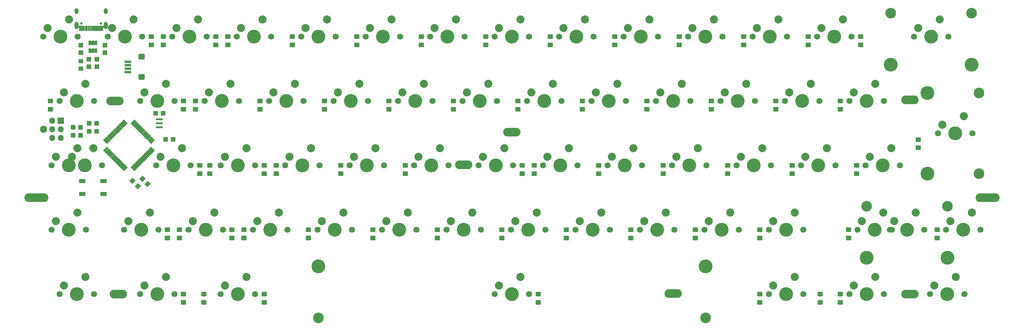
<source format=gbr>
G04 #@! TF.GenerationSoftware,KiCad,Pcbnew,(6.0.0)*
G04 #@! TF.CreationDate,2022-02-12T17:38:39+01:00*
G04 #@! TF.ProjectId,plain60-flex-edition,706c6169-6e36-4302-9d66-6c65782d6564,rev?*
G04 #@! TF.SameCoordinates,Original*
G04 #@! TF.FileFunction,Soldermask,Bot*
G04 #@! TF.FilePolarity,Negative*
%FSLAX46Y46*%
G04 Gerber Fmt 4.6, Leading zero omitted, Abs format (unit mm)*
G04 Created by KiCad (PCBNEW (6.0.0)) date 2022-02-12 17:38:39*
%MOMM*%
%LPD*%
G01*
G04 APERTURE LIST*
G04 Aperture macros list*
%AMRoundRect*
0 Rectangle with rounded corners*
0 $1 Rounding radius*
0 $2 $3 $4 $5 $6 $7 $8 $9 X,Y pos of 4 corners*
0 Add a 4 corners polygon primitive as box body*
4,1,4,$2,$3,$4,$5,$6,$7,$8,$9,$2,$3,0*
0 Add four circle primitives for the rounded corners*
1,1,$1+$1,$2,$3*
1,1,$1+$1,$4,$5*
1,1,$1+$1,$6,$7*
1,1,$1+$1,$8,$9*
0 Add four rect primitives between the rounded corners*
20,1,$1+$1,$2,$3,$4,$5,0*
20,1,$1+$1,$4,$5,$6,$7,0*
20,1,$1+$1,$6,$7,$8,$9,0*
20,1,$1+$1,$8,$9,$2,$3,0*%
G04 Aperture macros list end*
%ADD10C,2.388000*%
%ADD11C,4.089800*%
%ADD12C,1.803800*%
%ADD13RoundRect,0.051000X0.700000X-0.600000X0.700000X0.600000X-0.700000X0.600000X-0.700000X-0.600000X0*%
%ADD14C,3.150000*%
%ADD15O,7.102000X2.602000*%
%ADD16O,5.102000X2.602000*%
%ADD17RoundRect,0.051000X-0.724784X0.335876X0.335876X-0.724784X0.724784X-0.335876X-0.335876X0.724784X0*%
%ADD18RoundRect,0.051000X0.335876X0.724784X-0.724784X-0.335876X-0.335876X-0.724784X0.724784X0.335876X0*%
%ADD19RoundRect,0.051000X1.000000X-0.200000X1.000000X0.200000X-1.000000X0.200000X-1.000000X-0.200000X0*%
%ADD20RoundRect,0.051000X-0.850000X-0.500000X0.850000X-0.500000X0.850000X0.500000X-0.850000X0.500000X0*%
%ADD21RoundRect,0.051000X0.883883X0.035355X0.035355X0.883883X-0.883883X-0.035355X-0.035355X-0.883883X0*%
%ADD22C,2.102000*%
%ADD23RoundRect,0.051000X0.650000X-0.600000X0.650000X0.600000X-0.650000X0.600000X-0.650000X-0.600000X0*%
%ADD24C,0.752000*%
%ADD25RoundRect,0.051000X-0.300000X-0.725000X0.300000X-0.725000X0.300000X0.725000X-0.300000X0.725000X0*%
%ADD26RoundRect,0.051000X-0.150000X-0.725000X0.150000X-0.725000X0.150000X0.725000X-0.150000X0.725000X0*%
%ADD27O,1.102000X2.202000*%
%ADD28O,1.102000X1.702000*%
%ADD29RoundRect,0.051000X0.600000X0.625000X-0.600000X0.625000X-0.600000X-0.625000X0.600000X-0.625000X0*%
%ADD30RoundRect,0.051000X-0.600000X-0.625000X0.600000X-0.625000X0.600000X0.625000X-0.600000X0.625000X0*%
%ADD31RoundRect,0.051000X0.650000X-0.500000X0.650000X0.500000X-0.650000X0.500000X-0.650000X-0.500000X0*%
%ADD32RoundRect,0.051000X-0.650000X0.600000X-0.650000X-0.600000X0.650000X-0.600000X0.650000X0.600000X0*%
%ADD33RoundRect,0.051000X0.600000X0.650000X-0.600000X0.650000X-0.600000X-0.650000X0.600000X-0.650000X0*%
%ADD34RoundRect,0.051000X-0.300000X-0.600000X0.300000X-0.600000X0.300000X0.600000X-0.300000X0.600000X0*%
%ADD35RoundRect,0.051000X0.850000X0.850000X-0.850000X0.850000X-0.850000X-0.850000X0.850000X-0.850000X0*%
%ADD36O,1.802000X1.802000*%
%ADD37RoundRect,0.201000X-0.775000X0.150000X-0.775000X-0.150000X0.775000X-0.150000X0.775000X0.150000X0*%
%ADD38RoundRect,0.383800X-0.567200X0.467200X-0.567200X-0.467200X0.567200X-0.467200X0.567200X0.467200X0*%
%ADD39RoundRect,0.051000X0.866206X0.017678X0.017678X0.866206X-0.866206X-0.017678X-0.017678X-0.866206X0*%
G04 APERTURE END LIST*
D10*
X19208750Y-42545000D03*
X12858750Y-45085000D03*
D11*
X16668750Y-47625000D03*
D12*
X11588750Y-47625000D03*
X21748750Y-47625000D03*
D10*
X93027500Y-61595000D03*
X86677500Y-64135000D03*
D12*
X85407500Y-66675000D03*
X95567500Y-66675000D03*
D11*
X90487500Y-66675000D03*
D10*
X226377500Y-80645000D03*
X220027500Y-83185000D03*
D12*
X218757500Y-85725000D03*
X228917500Y-85725000D03*
D11*
X223837500Y-85725000D03*
D10*
X16827500Y-80645000D03*
X10477500Y-83185000D03*
D12*
X19367500Y-85725000D03*
X9207500Y-85725000D03*
D11*
X14287500Y-85725000D03*
D13*
X245864269Y-11915634D03*
X245864269Y-9515634D03*
D10*
X78740000Y-23495000D03*
X72390000Y-26035000D03*
D12*
X71120000Y-28575000D03*
X81280000Y-28575000D03*
D11*
X76200000Y-28575000D03*
D10*
X97790000Y-23495000D03*
X91440000Y-26035000D03*
D12*
X90170000Y-28575000D03*
X100330000Y-28575000D03*
D11*
X95250000Y-28575000D03*
D10*
X154940000Y-23495000D03*
X148590000Y-26035000D03*
D12*
X157480000Y-28575000D03*
X147320000Y-28575000D03*
D11*
X152400000Y-28575000D03*
D10*
X173990000Y-23495000D03*
X167640000Y-26035000D03*
D11*
X171450000Y-28575000D03*
D12*
X176530000Y-28575000D03*
X166370000Y-28575000D03*
D10*
X40640000Y-23495000D03*
X34290000Y-26035000D03*
D11*
X38100000Y-28575000D03*
D12*
X33020000Y-28575000D03*
X43180000Y-28575000D03*
D10*
X135890000Y-23495000D03*
X129540000Y-26035000D03*
D12*
X128270000Y-28575000D03*
X138430000Y-28575000D03*
D11*
X133350000Y-28575000D03*
D10*
X116840000Y-23495000D03*
X110490000Y-26035000D03*
D11*
X114300000Y-28575000D03*
D12*
X109220000Y-28575000D03*
X119380000Y-28575000D03*
D10*
X59690000Y-23495000D03*
X53340000Y-26035000D03*
D12*
X52070000Y-28575000D03*
X62230000Y-28575000D03*
D11*
X57150000Y-28575000D03*
D10*
X16827500Y-23495000D03*
X10477500Y-26035000D03*
D11*
X14287500Y-28575000D03*
D12*
X9207500Y-28575000D03*
X19367500Y-28575000D03*
D14*
X254762000Y-2540000D03*
D11*
X266700000Y-9525000D03*
D14*
X278638000Y-2540000D03*
D12*
X261620000Y-9525000D03*
D11*
X278638000Y-17780000D03*
X254762000Y-17780000D03*
D12*
X271780000Y-9525000D03*
D10*
X269240000Y-4445000D03*
X262890000Y-6985000D03*
X145415000Y-4445000D03*
X139065000Y-6985000D03*
D12*
X147955000Y-9525000D03*
X137795000Y-9525000D03*
D11*
X142875000Y-9525000D03*
D10*
X183515000Y-4445000D03*
X177165000Y-6985000D03*
D12*
X186055000Y-9525000D03*
X175895000Y-9525000D03*
D11*
X180975000Y-9525000D03*
D10*
X88265000Y-4445000D03*
X81915000Y-6985000D03*
D12*
X80645000Y-9525000D03*
D11*
X85725000Y-9525000D03*
D12*
X90805000Y-9525000D03*
D10*
X240665000Y-4445000D03*
X234315000Y-6985000D03*
D12*
X233045000Y-9525000D03*
D11*
X238125000Y-9525000D03*
D12*
X243205000Y-9525000D03*
D10*
X221615000Y-4445000D03*
X215265000Y-6985000D03*
D11*
X219075000Y-9525000D03*
D12*
X224155000Y-9525000D03*
X213995000Y-9525000D03*
D10*
X202565000Y-4445000D03*
X196215000Y-6985000D03*
D12*
X205105000Y-9525000D03*
D11*
X200025000Y-9525000D03*
D12*
X194945000Y-9525000D03*
D10*
X164465000Y-4445000D03*
X158115000Y-6985000D03*
D12*
X167005000Y-9525000D03*
X156845000Y-9525000D03*
D11*
X161925000Y-9525000D03*
D10*
X126365000Y-4445000D03*
X120015000Y-6985000D03*
D12*
X128905000Y-9525000D03*
D11*
X123825000Y-9525000D03*
D12*
X118745000Y-9525000D03*
D10*
X107315000Y-4445000D03*
X100965000Y-6985000D03*
D11*
X104775000Y-9525000D03*
D12*
X99695000Y-9525000D03*
X109855000Y-9525000D03*
D10*
X69215000Y-4445000D03*
X62865000Y-6985000D03*
D12*
X71755000Y-9525000D03*
D11*
X66675000Y-9525000D03*
D12*
X61595000Y-9525000D03*
D10*
X31115000Y-4445000D03*
X24765000Y-6985000D03*
D12*
X33655000Y-9525000D03*
X23495000Y-9525000D03*
D11*
X28575000Y-9525000D03*
D10*
X12065000Y-4445000D03*
X5715000Y-6985000D03*
D11*
X9525000Y-9525000D03*
D12*
X4445000Y-9525000D03*
X14605000Y-9525000D03*
D10*
X50165000Y-4445000D03*
X43815000Y-6985000D03*
D11*
X47625000Y-9525000D03*
D12*
X42545000Y-9525000D03*
X52705000Y-9525000D03*
D10*
X40640000Y-80645000D03*
X34290000Y-83185000D03*
D12*
X43180000Y-85725000D03*
D11*
X38100000Y-85725000D03*
D12*
X33020000Y-85725000D03*
D10*
X150177500Y-61595000D03*
X143827500Y-64135000D03*
D12*
X152717500Y-66675000D03*
X142557500Y-66675000D03*
D11*
X147637500Y-66675000D03*
D10*
X252571460Y-61595056D03*
X246221460Y-64135056D03*
D12*
X244951460Y-66675056D03*
X255111460Y-66675056D03*
D11*
X250031460Y-66675056D03*
D10*
X14446250Y-42545000D03*
X8096250Y-45085000D03*
D12*
X16986250Y-47625000D03*
X6826250Y-47625000D03*
D11*
X11906250Y-47625000D03*
D10*
X226377500Y-61595000D03*
X220027500Y-64135000D03*
D11*
X223837500Y-66675000D03*
D12*
X228917500Y-66675000D03*
X218757500Y-66675000D03*
D10*
X169227500Y-61595000D03*
X162877500Y-64135000D03*
D12*
X171767500Y-66675000D03*
D11*
X166687500Y-66675000D03*
D12*
X161607500Y-66675000D03*
D10*
X207327500Y-61595000D03*
X200977500Y-64135000D03*
D12*
X209867500Y-66675000D03*
D11*
X204787500Y-66675000D03*
D12*
X199707500Y-66675000D03*
D10*
X131127500Y-61595000D03*
X124777500Y-64135000D03*
D12*
X123507500Y-66675000D03*
D11*
X128587500Y-66675000D03*
D12*
X133667500Y-66675000D03*
D10*
X188277500Y-61595000D03*
X181927500Y-64135000D03*
D12*
X190817500Y-66675000D03*
D11*
X185737500Y-66675000D03*
D12*
X180657500Y-66675000D03*
D10*
X14446250Y-61595000D03*
X8096250Y-64135000D03*
D12*
X6826250Y-66675000D03*
X16986250Y-66675000D03*
D11*
X11906250Y-66675000D03*
D10*
X250190000Y-23495000D03*
X243840000Y-26035000D03*
D12*
X252730000Y-28575000D03*
X242570000Y-28575000D03*
D11*
X247650000Y-28575000D03*
D10*
X54927500Y-61595000D03*
X48577500Y-64135000D03*
D12*
X47307500Y-66675000D03*
D11*
X52387500Y-66675000D03*
D12*
X57467500Y-66675000D03*
D10*
X193040000Y-23495000D03*
X186690000Y-26035000D03*
D12*
X195580000Y-28575000D03*
D11*
X190500000Y-28575000D03*
D12*
X185420000Y-28575000D03*
D10*
X121602500Y-42545000D03*
X115252500Y-45085000D03*
D12*
X124142500Y-47625000D03*
D11*
X119062500Y-47625000D03*
D12*
X113982500Y-47625000D03*
D10*
X64452500Y-42545000D03*
X58102500Y-45085000D03*
D12*
X66992500Y-47625000D03*
X56832500Y-47625000D03*
D11*
X61912500Y-47625000D03*
D10*
X278765000Y-61595000D03*
X272415000Y-64135000D03*
D12*
X271145000Y-66675000D03*
D11*
X276225000Y-66675000D03*
D12*
X281305000Y-66675000D03*
D10*
X178752500Y-42545000D03*
X172402500Y-45085000D03*
D12*
X171132500Y-47625000D03*
X181292500Y-47625000D03*
D11*
X176212500Y-47625000D03*
D10*
X231140000Y-23495000D03*
X224790000Y-26035000D03*
D12*
X223520000Y-28575000D03*
X233680000Y-28575000D03*
D11*
X228600000Y-28575000D03*
D10*
X64452500Y-80645000D03*
X58102500Y-83185000D03*
D12*
X56832500Y-85725000D03*
D11*
X61912500Y-85725000D03*
D12*
X66992500Y-85725000D03*
D10*
X83502500Y-42545000D03*
X77152500Y-45085000D03*
D12*
X86042500Y-47625000D03*
X75882500Y-47625000D03*
D11*
X80962500Y-47625000D03*
D10*
X35877500Y-61595000D03*
X29527500Y-64135000D03*
D11*
X33337500Y-66675000D03*
D12*
X38417500Y-66675000D03*
X28257500Y-66675000D03*
D10*
X254952500Y-42545000D03*
X248602500Y-45085000D03*
D11*
X252412500Y-47625000D03*
D12*
X257492500Y-47625000D03*
X247332500Y-47625000D03*
D10*
X159702500Y-42545000D03*
X153352500Y-45085000D03*
D11*
X157162500Y-47625000D03*
D12*
X162242500Y-47625000D03*
X152082500Y-47625000D03*
D10*
X102552500Y-42545000D03*
X96202500Y-45085000D03*
D12*
X94932500Y-47625000D03*
D11*
X100012500Y-47625000D03*
D12*
X105092500Y-47625000D03*
D10*
X45402500Y-42545000D03*
X39052500Y-45085000D03*
D12*
X47942500Y-47625000D03*
D11*
X42862500Y-47625000D03*
D12*
X37782500Y-47625000D03*
D10*
X197802500Y-42545000D03*
X191452500Y-45085000D03*
D12*
X190182500Y-47625000D03*
D11*
X195262500Y-47625000D03*
D12*
X200342500Y-47625000D03*
D10*
X235902500Y-42545000D03*
X229552500Y-45085000D03*
D12*
X228282500Y-47625000D03*
X238442500Y-47625000D03*
D11*
X233362500Y-47625000D03*
D10*
X216852500Y-42545000D03*
X210502500Y-45085000D03*
D11*
X214312500Y-47625000D03*
D12*
X209232500Y-47625000D03*
X219392500Y-47625000D03*
D10*
X212090000Y-23495000D03*
X205740000Y-26035000D03*
D12*
X204470000Y-28575000D03*
D11*
X209550000Y-28575000D03*
D12*
X214630000Y-28575000D03*
D10*
X140652500Y-42545000D03*
X134302500Y-45085000D03*
D12*
X143192500Y-47625000D03*
X133032500Y-47625000D03*
D11*
X138112500Y-47625000D03*
D10*
X112077500Y-61595000D03*
X105727500Y-64135000D03*
D11*
X109537500Y-66675000D03*
D12*
X114617500Y-66675000D03*
X104457500Y-66675000D03*
D10*
X250190000Y-80645000D03*
X243840000Y-83185000D03*
D12*
X242570000Y-85725000D03*
X252730000Y-85725000D03*
D11*
X247650000Y-85725000D03*
D10*
X73977500Y-61595000D03*
X67627500Y-64135000D03*
D12*
X66357500Y-66675000D03*
D11*
X71437500Y-66675000D03*
D12*
X76517500Y-66675000D03*
D10*
X274002728Y-80645072D03*
X267652728Y-83185072D03*
D12*
X276542728Y-85725072D03*
D11*
X271462728Y-85725072D03*
D12*
X266382728Y-85725072D03*
D15*
X2381252Y-57125000D03*
X283368988Y-57125000D03*
D10*
X262096468Y-61595000D03*
X255746468Y-64135000D03*
D11*
X247618468Y-74930000D03*
X271494468Y-74930000D03*
D14*
X271494468Y-59690000D03*
D12*
X264636468Y-66675000D03*
X254476468Y-66675000D03*
D11*
X259556468Y-66675000D03*
D14*
X247618468Y-59690000D03*
D16*
X26625000Y-85725072D03*
X142875000Y-37750000D03*
X260430000Y-85725072D03*
X260425000Y-28227050D03*
X25600000Y-28575024D03*
X128587608Y-47425040D03*
X190500160Y-85525000D03*
D11*
X85693250Y-77470000D03*
D14*
X85693250Y-92710000D03*
X200056750Y-92710000D03*
D11*
X200056750Y-77470000D03*
D10*
X145415000Y-80645000D03*
X139065000Y-83185000D03*
D12*
X147955000Y-85725000D03*
D11*
X142875000Y-85725000D03*
D12*
X137795000Y-85725000D03*
D14*
X280828980Y-50038000D03*
D11*
X265588980Y-50038000D03*
X265588980Y-26162000D03*
D12*
X278923980Y-38100000D03*
D14*
X280828980Y-26162000D03*
D11*
X273843980Y-38100000D03*
D12*
X268763980Y-38100000D03*
D10*
X270033980Y-35560000D03*
X276383980Y-33020000D03*
D13*
X239911139Y-88115698D03*
X239911139Y-85715698D03*
X216098619Y-88115698D03*
X216098619Y-85715698D03*
X150614189Y-88115698D03*
X150614189Y-85715698D03*
X69651621Y-88115698D03*
X69651621Y-85715698D03*
X268486163Y-69065682D03*
X268486163Y-66665682D03*
X242292391Y-69065682D03*
X242292391Y-66665682D03*
X216098619Y-69065682D03*
X216098619Y-66665682D03*
X197048603Y-69065682D03*
X197048603Y-66665682D03*
X139898555Y-69065682D03*
X139898555Y-66665682D03*
X101798523Y-69065682D03*
X101798523Y-66665682D03*
X82748507Y-69065682D03*
X82748507Y-66665682D03*
X220861123Y-30965650D03*
X220861123Y-28565650D03*
X225623627Y-50015666D03*
X225623627Y-47615666D03*
X49410979Y-30965650D03*
X49410979Y-28565650D03*
X182761091Y-30965650D03*
X182761091Y-28565650D03*
X206573611Y-50015666D03*
X206573611Y-47615666D03*
X111323531Y-50015666D03*
X111323531Y-47615666D03*
X53578170Y-50015666D03*
X53578170Y-47615666D03*
X187523595Y-50015666D03*
X187523595Y-47615666D03*
X145851685Y-50015666D03*
X145851685Y-47615666D03*
X50601605Y-50015666D03*
X50601605Y-47615666D03*
X73223499Y-50015666D03*
X73223499Y-47615666D03*
X106561027Y-30965650D03*
X106561027Y-28565650D03*
X201811107Y-30965650D03*
X201811107Y-28565650D03*
X125611043Y-30965650D03*
X125611043Y-28565650D03*
X163711075Y-30965650D03*
X163711075Y-28565650D03*
X244673643Y-50015666D03*
X244673643Y-47615666D03*
X149423563Y-50015666D03*
X149423563Y-47615666D03*
X92273515Y-50015666D03*
X92273515Y-47615666D03*
X60126613Y-69065682D03*
X60126613Y-66665682D03*
X158948571Y-69065682D03*
X158948571Y-66665682D03*
X262899287Y-42380061D03*
X262899287Y-39980061D03*
X51792231Y-88115698D03*
X51792231Y-85715698D03*
X168473579Y-50015666D03*
X168473579Y-47615666D03*
X87511011Y-30965650D03*
X87511011Y-28565650D03*
X239911139Y-30965650D03*
X239911139Y-28565650D03*
X69651621Y-50015666D03*
X69651621Y-47615666D03*
X144661059Y-30965650D03*
X144661059Y-28565650D03*
X177998587Y-69065682D03*
X177998587Y-66665682D03*
X120848539Y-69065682D03*
X120848539Y-66665682D03*
X68460995Y-30965650D03*
X68460995Y-28565650D03*
D17*
X22906714Y-40469828D03*
X23472400Y-39904143D03*
X24038085Y-39338458D03*
X24603770Y-38772772D03*
X25169456Y-38207087D03*
X25735141Y-37641401D03*
X26300827Y-37075716D03*
X26866512Y-36510030D03*
X27432198Y-35944345D03*
X27997883Y-35378660D03*
X28563568Y-34812974D03*
D18*
X30967732Y-34812974D03*
X31533417Y-35378660D03*
X32099102Y-35944345D03*
X32664788Y-36510030D03*
X33230473Y-37075716D03*
X33796159Y-37641401D03*
X34361844Y-38207087D03*
X34927530Y-38772772D03*
X35493215Y-39338458D03*
X36058900Y-39904143D03*
X36624586Y-40469828D03*
D17*
X36624586Y-42873992D03*
X36058900Y-43439677D03*
X35493215Y-44005362D03*
X34927530Y-44571048D03*
X34361844Y-45136733D03*
X33796159Y-45702419D03*
X33230473Y-46268104D03*
X32664788Y-46833790D03*
X32099102Y-47399475D03*
X31533417Y-47965160D03*
X30967732Y-48530846D03*
D18*
X28563568Y-48530846D03*
X27997883Y-47965160D03*
X27432198Y-47399475D03*
X26866512Y-46833790D03*
X26300827Y-46268104D03*
X25735141Y-45702419D03*
X25169456Y-45136733D03*
X24603770Y-44571048D03*
X24038085Y-44005362D03*
X23472400Y-43439677D03*
X22906714Y-42873992D03*
D19*
X38695345Y-36323467D03*
X38695345Y-33923467D03*
X38695345Y-35123467D03*
D20*
X22200016Y-56073483D03*
X15900016Y-56073483D03*
X15900016Y-52273483D03*
X22200016Y-52273483D03*
D21*
X35267505Y-53126895D03*
X33711871Y-51571261D03*
D13*
X173236083Y-11915634D03*
X173236083Y-9515634D03*
X154186067Y-11915634D03*
X154186067Y-9515634D03*
X230386131Y-11915634D03*
X230386131Y-9515634D03*
X192286099Y-11915634D03*
X192286099Y-9515634D03*
X45839101Y-30965650D03*
X45839101Y-28565650D03*
X6548443Y-30965650D03*
X6548443Y-28565650D03*
X211336115Y-11915634D03*
X211336115Y-9515634D03*
X116086035Y-11915634D03*
X116086035Y-9515634D03*
X55364109Y-11915634D03*
X55364109Y-9515634D03*
X77986003Y-11915634D03*
X77986003Y-9515634D03*
X135136051Y-11915634D03*
X135136051Y-9515634D03*
X97036019Y-11915634D03*
X97036019Y-9515634D03*
X58935987Y-11915634D03*
X58935987Y-9515634D03*
D22*
X4524382Y-36909406D03*
D13*
X233958009Y-88115698D03*
X233958009Y-85715698D03*
D23*
X17859390Y-18364077D03*
X17859390Y-16164077D03*
D24*
X15678000Y-5630000D03*
X21458000Y-5630000D03*
D25*
X15343000Y-7075000D03*
X16118000Y-7075000D03*
D26*
X16818000Y-7075000D03*
X17318000Y-7075000D03*
X17818000Y-7075000D03*
X18318000Y-7075000D03*
X18818000Y-7075000D03*
X19318000Y-7075000D03*
X19818000Y-7075000D03*
X20318000Y-7075000D03*
D25*
X21018000Y-7075000D03*
X21793000Y-7075000D03*
D27*
X22888000Y-6160000D03*
X14248000Y-6160000D03*
D28*
X22888000Y-1980000D03*
X14248000Y-1980000D03*
D13*
X63698491Y-69065682D03*
X63698491Y-66665682D03*
D29*
X39795345Y-32146902D03*
X37595345Y-32146902D03*
D30*
X17950016Y-37504719D03*
X20150016Y-37504719D03*
D13*
X41076597Y-69065682D03*
X41076597Y-66665682D03*
D31*
X15478138Y-18959390D03*
X15478138Y-16759390D03*
D13*
X36314093Y-11915634D03*
X36314093Y-9515634D03*
X44648475Y-69065682D03*
X44648475Y-66665682D03*
D32*
X20240642Y-16164077D03*
X20240642Y-18364077D03*
D29*
X15387512Y-36314093D03*
X13187512Y-36314093D03*
X42771910Y-39885971D03*
X40571910Y-39885971D03*
D33*
X15387512Y-38695345D03*
X13187512Y-38695345D03*
D32*
X22621894Y-11996886D03*
X22621894Y-14196886D03*
D13*
X39885971Y-11915634D03*
X39885971Y-9515634D03*
X45839101Y-88115698D03*
X45839101Y-85715698D03*
D34*
X18100016Y-11351573D03*
X19050016Y-11351573D03*
X20000016Y-11351573D03*
X20000016Y-13651573D03*
X19050016Y-13651573D03*
X18100016Y-13651573D03*
D35*
X9604382Y-34369406D03*
D36*
X7064382Y-34369406D03*
X9604382Y-36909406D03*
X7064382Y-36909406D03*
X9604382Y-39449406D03*
X7064382Y-39449406D03*
D23*
X15478138Y-14196886D03*
X15478138Y-11996886D03*
D37*
X29401589Y-16954703D03*
X29401589Y-17954703D03*
X29401589Y-18954703D03*
X29401589Y-19954703D03*
D38*
X33426589Y-15454703D03*
X33426589Y-21454703D03*
D30*
X17950016Y-35123467D03*
X20150016Y-35123467D03*
D39*
X32329406Y-53760674D03*
X30773772Y-52205040D03*
G36*
X28773762Y-47633936D02*
G01*
X28774405Y-47635050D01*
X28777641Y-47651318D01*
X28779696Y-47650909D01*
X28781590Y-47651552D01*
X28782078Y-47652692D01*
X28784109Y-47675299D01*
X28826614Y-47729978D01*
X28876372Y-47747512D01*
X28877673Y-47749031D01*
X28877669Y-47749788D01*
X28877410Y-47751088D01*
X28893678Y-47754324D01*
X28895182Y-47755643D01*
X28894792Y-47757605D01*
X28893678Y-47758248D01*
X28880706Y-47760828D01*
X28864655Y-47771553D01*
X27804275Y-48831933D01*
X27793550Y-48847984D01*
X27790970Y-48860956D01*
X27789651Y-48862460D01*
X27787689Y-48862070D01*
X27787046Y-48860956D01*
X27783810Y-48844688D01*
X27781755Y-48845097D01*
X27779861Y-48844454D01*
X27779373Y-48843314D01*
X27777342Y-48820707D01*
X27734837Y-48766028D01*
X27685079Y-48748494D01*
X27683778Y-48746975D01*
X27683782Y-48746218D01*
X27684041Y-48744918D01*
X27667773Y-48741682D01*
X27666269Y-48740363D01*
X27666659Y-48738401D01*
X27667773Y-48737758D01*
X27680745Y-48735178D01*
X27696796Y-48724453D01*
X28757176Y-47664073D01*
X28767901Y-47648022D01*
X28770481Y-47635050D01*
X28771800Y-47633546D01*
X28773762Y-47633936D01*
G37*
G36*
X30760176Y-47633936D02*
G01*
X30760819Y-47635050D01*
X30763399Y-47648022D01*
X30774124Y-47664073D01*
X31834504Y-48724453D01*
X31850555Y-48735178D01*
X31863527Y-48737758D01*
X31865031Y-48739077D01*
X31864641Y-48741039D01*
X31863527Y-48741682D01*
X31847259Y-48744918D01*
X31847668Y-48746970D01*
X31847025Y-48748864D01*
X31845885Y-48749352D01*
X31823302Y-48751377D01*
X31768615Y-48793872D01*
X31751062Y-48843649D01*
X31749543Y-48844950D01*
X31748786Y-48844946D01*
X31747490Y-48844688D01*
X31744254Y-48860956D01*
X31742935Y-48862460D01*
X31740973Y-48862070D01*
X31740330Y-48860956D01*
X31737750Y-48847984D01*
X31727025Y-48831933D01*
X30666645Y-47771553D01*
X30650594Y-47760828D01*
X30637622Y-47758248D01*
X30636118Y-47756929D01*
X30636508Y-47754967D01*
X30637622Y-47754324D01*
X30653890Y-47751088D01*
X30653481Y-47749036D01*
X30654124Y-47747142D01*
X30655264Y-47746654D01*
X30677847Y-47744629D01*
X30732534Y-47702134D01*
X30750087Y-47652357D01*
X30751606Y-47651056D01*
X30752363Y-47651060D01*
X30753659Y-47651318D01*
X30756895Y-47635050D01*
X30758214Y-47633546D01*
X30760176Y-47633936D01*
G37*
G36*
X28208077Y-47068251D02*
G01*
X28208720Y-47069365D01*
X28211956Y-47085633D01*
X28214008Y-47085224D01*
X28215902Y-47085867D01*
X28216390Y-47087007D01*
X28218415Y-47109590D01*
X28260910Y-47164277D01*
X28310686Y-47181830D01*
X28311987Y-47183349D01*
X28311983Y-47184106D01*
X28311725Y-47185402D01*
X28327993Y-47188638D01*
X28329497Y-47189957D01*
X28329107Y-47191919D01*
X28327993Y-47192562D01*
X28315021Y-47195142D01*
X28298970Y-47205867D01*
X27238590Y-48266247D01*
X27227865Y-48282298D01*
X27225285Y-48295270D01*
X27223966Y-48296774D01*
X27222004Y-48296384D01*
X27221361Y-48295270D01*
X27218125Y-48279002D01*
X27216073Y-48279411D01*
X27214179Y-48278768D01*
X27213691Y-48277628D01*
X27211666Y-48255045D01*
X27169171Y-48200358D01*
X27119395Y-48182805D01*
X27118094Y-48181286D01*
X27118098Y-48180529D01*
X27118356Y-48179233D01*
X27102088Y-48175997D01*
X27100584Y-48174678D01*
X27100974Y-48172716D01*
X27102088Y-48172073D01*
X27115060Y-48169493D01*
X27131111Y-48158768D01*
X28191491Y-47098388D01*
X28202216Y-47082337D01*
X28204796Y-47069365D01*
X28206115Y-47067861D01*
X28208077Y-47068251D01*
G37*
G36*
X31325861Y-47068251D02*
G01*
X31326504Y-47069365D01*
X31329084Y-47082337D01*
X31339809Y-47098388D01*
X32400189Y-48158768D01*
X32416240Y-48169493D01*
X32429212Y-48172073D01*
X32430716Y-48173392D01*
X32430326Y-48175354D01*
X32429212Y-48175997D01*
X32412944Y-48179233D01*
X32413353Y-48181285D01*
X32412710Y-48183179D01*
X32411570Y-48183667D01*
X32388987Y-48185692D01*
X32334300Y-48228187D01*
X32316747Y-48277963D01*
X32315228Y-48279264D01*
X32314471Y-48279260D01*
X32313175Y-48279002D01*
X32309939Y-48295270D01*
X32308620Y-48296774D01*
X32306658Y-48296384D01*
X32306015Y-48295270D01*
X32303435Y-48282298D01*
X32292710Y-48266247D01*
X31232330Y-47205867D01*
X31216279Y-47195142D01*
X31203307Y-47192562D01*
X31201803Y-47191243D01*
X31202193Y-47189281D01*
X31203307Y-47188638D01*
X31219575Y-47185402D01*
X31219166Y-47183350D01*
X31219809Y-47181456D01*
X31220949Y-47180968D01*
X31243532Y-47178943D01*
X31298219Y-47136448D01*
X31315772Y-47086672D01*
X31317291Y-47085371D01*
X31318048Y-47085375D01*
X31319344Y-47085633D01*
X31322580Y-47069365D01*
X31323899Y-47067861D01*
X31325861Y-47068251D01*
G37*
G36*
X27642391Y-46502566D02*
G01*
X27643034Y-46503680D01*
X27646270Y-46519948D01*
X27648322Y-46519539D01*
X27650216Y-46520182D01*
X27650704Y-46521322D01*
X27652729Y-46543905D01*
X27695224Y-46598592D01*
X27745001Y-46616145D01*
X27746302Y-46617664D01*
X27746298Y-46618421D01*
X27746040Y-46619717D01*
X27762308Y-46622953D01*
X27763812Y-46624272D01*
X27763422Y-46626234D01*
X27762308Y-46626877D01*
X27749336Y-46629457D01*
X27733285Y-46640182D01*
X26672905Y-47700562D01*
X26662180Y-47716613D01*
X26659600Y-47729585D01*
X26658281Y-47731089D01*
X26656319Y-47730699D01*
X26655676Y-47729585D01*
X26652440Y-47713317D01*
X26650388Y-47713726D01*
X26648494Y-47713083D01*
X26648006Y-47711943D01*
X26645981Y-47689360D01*
X26603486Y-47634673D01*
X26553709Y-47617120D01*
X26552408Y-47615601D01*
X26552412Y-47614844D01*
X26552670Y-47613548D01*
X26536402Y-47610312D01*
X26534898Y-47608993D01*
X26535288Y-47607031D01*
X26536402Y-47606388D01*
X26549374Y-47603808D01*
X26565425Y-47593083D01*
X27625805Y-46532703D01*
X27636530Y-46516652D01*
X27639110Y-46503680D01*
X27640429Y-46502176D01*
X27642391Y-46502566D01*
G37*
G36*
X31891547Y-46502566D02*
G01*
X31892190Y-46503680D01*
X31894770Y-46516652D01*
X31905495Y-46532703D01*
X32965875Y-47593083D01*
X32981926Y-47603808D01*
X32994898Y-47606388D01*
X32996402Y-47607707D01*
X32996012Y-47609669D01*
X32994898Y-47610312D01*
X32978630Y-47613548D01*
X32979039Y-47615603D01*
X32978396Y-47617497D01*
X32977256Y-47617985D01*
X32954649Y-47620016D01*
X32899970Y-47662521D01*
X32882436Y-47712279D01*
X32880917Y-47713580D01*
X32880160Y-47713576D01*
X32878860Y-47713317D01*
X32875624Y-47729585D01*
X32874305Y-47731089D01*
X32872343Y-47730699D01*
X32871700Y-47729585D01*
X32869120Y-47716613D01*
X32858395Y-47700562D01*
X31798015Y-46640182D01*
X31781964Y-46629457D01*
X31768992Y-46626877D01*
X31767488Y-46625558D01*
X31767878Y-46623596D01*
X31768992Y-46622953D01*
X31785260Y-46619717D01*
X31784851Y-46617662D01*
X31785494Y-46615768D01*
X31786634Y-46615280D01*
X31809241Y-46613249D01*
X31863920Y-46570744D01*
X31881454Y-46520986D01*
X31882973Y-46519685D01*
X31883730Y-46519689D01*
X31885030Y-46519948D01*
X31888266Y-46503680D01*
X31889585Y-46502176D01*
X31891547Y-46502566D01*
G37*
G36*
X27076706Y-45936880D02*
G01*
X27077349Y-45937994D01*
X27080585Y-45954262D01*
X27082640Y-45953853D01*
X27084534Y-45954496D01*
X27085022Y-45955636D01*
X27087053Y-45978243D01*
X27129558Y-46032922D01*
X27179316Y-46050456D01*
X27180617Y-46051975D01*
X27180613Y-46052732D01*
X27180354Y-46054032D01*
X27196622Y-46057268D01*
X27198126Y-46058587D01*
X27197736Y-46060549D01*
X27196622Y-46061192D01*
X27183650Y-46063772D01*
X27167599Y-46074497D01*
X26107219Y-47134877D01*
X26096494Y-47150928D01*
X26093914Y-47163900D01*
X26092595Y-47165404D01*
X26090633Y-47165014D01*
X26089990Y-47163900D01*
X26086754Y-47147632D01*
X26084699Y-47148041D01*
X26082805Y-47147398D01*
X26082317Y-47146258D01*
X26080286Y-47123651D01*
X26037781Y-47068972D01*
X25988023Y-47051438D01*
X25986722Y-47049919D01*
X25986726Y-47049162D01*
X25986985Y-47047862D01*
X25970717Y-47044626D01*
X25969213Y-47043307D01*
X25969603Y-47041345D01*
X25970717Y-47040702D01*
X25983689Y-47038122D01*
X25999740Y-47027397D01*
X27060120Y-45967017D01*
X27070845Y-45950966D01*
X27073425Y-45937994D01*
X27074744Y-45936490D01*
X27076706Y-45936880D01*
G37*
G36*
X32457232Y-45936880D02*
G01*
X32457875Y-45937994D01*
X32460455Y-45950966D01*
X32471180Y-45967017D01*
X33531560Y-47027397D01*
X33547611Y-47038122D01*
X33560583Y-47040702D01*
X33562087Y-47042021D01*
X33561697Y-47043983D01*
X33560583Y-47044626D01*
X33544315Y-47047862D01*
X33544724Y-47049914D01*
X33544081Y-47051808D01*
X33542941Y-47052296D01*
X33520358Y-47054321D01*
X33465671Y-47096816D01*
X33448118Y-47146593D01*
X33446599Y-47147894D01*
X33445842Y-47147890D01*
X33444546Y-47147632D01*
X33441310Y-47163900D01*
X33439991Y-47165404D01*
X33438029Y-47165014D01*
X33437386Y-47163900D01*
X33434806Y-47150928D01*
X33424081Y-47134877D01*
X32363701Y-46074497D01*
X32347650Y-46063772D01*
X32334678Y-46061192D01*
X32333174Y-46059873D01*
X32333564Y-46057911D01*
X32334678Y-46057268D01*
X32350946Y-46054032D01*
X32350537Y-46051980D01*
X32351180Y-46050086D01*
X32352320Y-46049598D01*
X32374903Y-46047573D01*
X32429590Y-46005078D01*
X32447143Y-45955301D01*
X32448662Y-45954000D01*
X32449419Y-45954004D01*
X32450715Y-45954262D01*
X32453951Y-45937994D01*
X32455270Y-45936490D01*
X32457232Y-45936880D01*
G37*
G36*
X26511020Y-45371195D02*
G01*
X26511663Y-45372309D01*
X26514899Y-45388577D01*
X26516951Y-45388168D01*
X26518845Y-45388811D01*
X26519333Y-45389951D01*
X26521358Y-45412534D01*
X26563853Y-45467221D01*
X26613630Y-45484774D01*
X26614931Y-45486293D01*
X26614927Y-45487050D01*
X26614669Y-45488346D01*
X26630937Y-45491582D01*
X26632441Y-45492901D01*
X26632051Y-45494863D01*
X26630937Y-45495506D01*
X26617965Y-45498086D01*
X26601914Y-45508811D01*
X25541534Y-46569191D01*
X25530809Y-46585242D01*
X25528229Y-46598214D01*
X25526910Y-46599718D01*
X25524948Y-46599328D01*
X25524305Y-46598214D01*
X25521069Y-46581946D01*
X25519017Y-46582355D01*
X25517123Y-46581712D01*
X25516635Y-46580572D01*
X25514610Y-46557989D01*
X25472115Y-46503302D01*
X25422338Y-46485749D01*
X25421037Y-46484230D01*
X25421041Y-46483473D01*
X25421299Y-46482177D01*
X25405031Y-46478941D01*
X25403527Y-46477622D01*
X25403917Y-46475660D01*
X25405031Y-46475017D01*
X25418003Y-46472437D01*
X25434054Y-46461712D01*
X26494434Y-45401332D01*
X26505159Y-45385281D01*
X26507739Y-45372309D01*
X26509058Y-45370805D01*
X26511020Y-45371195D01*
G37*
G36*
X33022918Y-45371195D02*
G01*
X33023561Y-45372309D01*
X33026141Y-45385281D01*
X33036866Y-45401332D01*
X34097246Y-46461712D01*
X34113297Y-46472437D01*
X34126269Y-46475017D01*
X34127773Y-46476336D01*
X34127383Y-46478298D01*
X34126269Y-46478941D01*
X34110001Y-46482177D01*
X34110410Y-46484232D01*
X34109767Y-46486126D01*
X34108627Y-46486614D01*
X34086020Y-46488645D01*
X34031341Y-46531150D01*
X34013807Y-46580908D01*
X34012288Y-46582209D01*
X34011531Y-46582205D01*
X34010231Y-46581946D01*
X34006995Y-46598214D01*
X34005676Y-46599718D01*
X34003714Y-46599328D01*
X34003071Y-46598214D01*
X34000491Y-46585242D01*
X33989766Y-46569191D01*
X32929386Y-45508811D01*
X32913335Y-45498086D01*
X32900363Y-45495506D01*
X32898859Y-45494187D01*
X32899249Y-45492225D01*
X32900363Y-45491582D01*
X32916631Y-45488346D01*
X32916222Y-45486291D01*
X32916865Y-45484397D01*
X32918005Y-45483909D01*
X32940612Y-45481878D01*
X32995291Y-45439373D01*
X33012825Y-45389615D01*
X33014344Y-45388314D01*
X33015101Y-45388318D01*
X33016401Y-45388577D01*
X33019637Y-45372309D01*
X33020956Y-45370805D01*
X33022918Y-45371195D01*
G37*
G36*
X33588603Y-44805509D02*
G01*
X33589246Y-44806623D01*
X33591826Y-44819595D01*
X33602551Y-44835646D01*
X34662931Y-45896026D01*
X34678982Y-45906751D01*
X34691954Y-45909331D01*
X34693458Y-45910650D01*
X34693068Y-45912612D01*
X34691954Y-45913255D01*
X34675686Y-45916491D01*
X34676095Y-45918543D01*
X34675452Y-45920437D01*
X34674312Y-45920925D01*
X34651729Y-45922950D01*
X34597042Y-45965445D01*
X34579489Y-46015222D01*
X34577970Y-46016523D01*
X34577213Y-46016519D01*
X34575917Y-46016261D01*
X34572681Y-46032529D01*
X34571362Y-46034033D01*
X34569400Y-46033643D01*
X34568757Y-46032529D01*
X34566177Y-46019557D01*
X34555452Y-46003506D01*
X33495072Y-44943126D01*
X33479021Y-44932401D01*
X33466049Y-44929821D01*
X33464545Y-44928502D01*
X33464935Y-44926540D01*
X33466049Y-44925897D01*
X33482317Y-44922661D01*
X33481908Y-44920609D01*
X33482551Y-44918715D01*
X33483691Y-44918227D01*
X33506274Y-44916202D01*
X33560961Y-44873707D01*
X33578514Y-44823930D01*
X33580033Y-44822629D01*
X33580790Y-44822633D01*
X33582086Y-44822891D01*
X33585322Y-44806623D01*
X33586641Y-44805119D01*
X33588603Y-44805509D01*
G37*
G36*
X25945335Y-44805509D02*
G01*
X25945978Y-44806623D01*
X25949214Y-44822891D01*
X25951269Y-44822482D01*
X25953163Y-44823125D01*
X25953651Y-44824265D01*
X25955682Y-44846872D01*
X25998187Y-44901551D01*
X26047945Y-44919085D01*
X26049246Y-44920604D01*
X26049242Y-44921361D01*
X26048983Y-44922661D01*
X26065251Y-44925897D01*
X26066755Y-44927216D01*
X26066365Y-44929178D01*
X26065251Y-44929821D01*
X26052279Y-44932401D01*
X26036228Y-44943126D01*
X24975848Y-46003506D01*
X24965123Y-46019557D01*
X24962543Y-46032529D01*
X24961224Y-46034033D01*
X24959262Y-46033643D01*
X24958619Y-46032529D01*
X24955383Y-46016261D01*
X24953328Y-46016670D01*
X24951434Y-46016027D01*
X24950946Y-46014887D01*
X24948915Y-45992280D01*
X24906410Y-45937601D01*
X24856652Y-45920067D01*
X24855351Y-45918548D01*
X24855355Y-45917791D01*
X24855614Y-45916491D01*
X24839346Y-45913255D01*
X24837842Y-45911936D01*
X24838232Y-45909974D01*
X24839346Y-45909331D01*
X24852318Y-45906751D01*
X24868369Y-45896026D01*
X25928749Y-44835646D01*
X25939474Y-44819595D01*
X25942054Y-44806623D01*
X25943373Y-44805119D01*
X25945335Y-44805509D01*
G37*
G36*
X25379649Y-44239824D02*
G01*
X25380292Y-44240938D01*
X25383528Y-44257206D01*
X25385580Y-44256797D01*
X25387474Y-44257440D01*
X25387962Y-44258580D01*
X25389987Y-44281163D01*
X25432482Y-44335850D01*
X25482259Y-44353403D01*
X25483560Y-44354922D01*
X25483556Y-44355679D01*
X25483298Y-44356975D01*
X25499566Y-44360211D01*
X25501070Y-44361530D01*
X25500680Y-44363492D01*
X25499566Y-44364135D01*
X25486594Y-44366715D01*
X25470543Y-44377440D01*
X24410163Y-45437820D01*
X24399438Y-45453871D01*
X24396858Y-45466843D01*
X24395539Y-45468347D01*
X24393577Y-45467957D01*
X24392934Y-45466843D01*
X24389698Y-45450575D01*
X24387646Y-45450984D01*
X24385752Y-45450341D01*
X24385264Y-45449201D01*
X24383239Y-45426618D01*
X24340744Y-45371931D01*
X24290967Y-45354378D01*
X24289666Y-45352859D01*
X24289670Y-45352102D01*
X24289928Y-45350806D01*
X24273660Y-45347570D01*
X24272156Y-45346251D01*
X24272546Y-45344289D01*
X24273660Y-45343646D01*
X24286632Y-45341066D01*
X24302683Y-45330341D01*
X25363063Y-44269961D01*
X25373788Y-44253910D01*
X25376368Y-44240938D01*
X25377687Y-44239434D01*
X25379649Y-44239824D01*
G37*
G36*
X34154289Y-44239824D02*
G01*
X34154932Y-44240938D01*
X34157512Y-44253910D01*
X34168237Y-44269961D01*
X35228617Y-45330341D01*
X35244668Y-45341066D01*
X35257640Y-45343646D01*
X35259144Y-45344965D01*
X35258754Y-45346927D01*
X35257640Y-45347570D01*
X35241372Y-45350806D01*
X35241781Y-45352861D01*
X35241138Y-45354755D01*
X35239998Y-45355243D01*
X35217391Y-45357274D01*
X35162712Y-45399779D01*
X35145178Y-45449537D01*
X35143659Y-45450838D01*
X35142902Y-45450834D01*
X35141602Y-45450575D01*
X35138366Y-45466843D01*
X35137047Y-45468347D01*
X35135085Y-45467957D01*
X35134442Y-45466843D01*
X35131862Y-45453871D01*
X35121137Y-45437820D01*
X34060757Y-44377440D01*
X34044706Y-44366715D01*
X34031734Y-44364135D01*
X34030230Y-44362816D01*
X34030620Y-44360854D01*
X34031734Y-44360211D01*
X34048002Y-44356975D01*
X34047593Y-44354920D01*
X34048236Y-44353026D01*
X34049376Y-44352538D01*
X34071983Y-44350507D01*
X34126662Y-44308002D01*
X34144196Y-44258244D01*
X34145715Y-44256943D01*
X34146472Y-44256947D01*
X34147772Y-44257206D01*
X34151008Y-44240938D01*
X34152327Y-44239434D01*
X34154289Y-44239824D01*
G37*
G36*
X24813964Y-43674138D02*
G01*
X24814607Y-43675252D01*
X24817843Y-43691520D01*
X24819898Y-43691111D01*
X24821792Y-43691754D01*
X24822280Y-43692894D01*
X24824311Y-43715501D01*
X24866816Y-43770180D01*
X24916574Y-43787714D01*
X24917875Y-43789233D01*
X24917871Y-43789990D01*
X24917612Y-43791290D01*
X24933880Y-43794526D01*
X24935384Y-43795845D01*
X24934994Y-43797807D01*
X24933880Y-43798450D01*
X24920908Y-43801030D01*
X24904857Y-43811755D01*
X23844477Y-44872135D01*
X23833752Y-44888186D01*
X23831172Y-44901158D01*
X23829853Y-44902662D01*
X23827891Y-44902272D01*
X23827248Y-44901158D01*
X23824012Y-44884890D01*
X23821957Y-44885299D01*
X23820063Y-44884656D01*
X23819575Y-44883516D01*
X23817544Y-44860909D01*
X23775039Y-44806230D01*
X23725281Y-44788696D01*
X23723980Y-44787177D01*
X23723984Y-44786420D01*
X23724243Y-44785120D01*
X23707975Y-44781884D01*
X23706471Y-44780565D01*
X23706861Y-44778603D01*
X23707975Y-44777960D01*
X23720947Y-44775380D01*
X23736998Y-44764655D01*
X24797378Y-43704275D01*
X24808103Y-43688224D01*
X24810683Y-43675252D01*
X24812002Y-43673748D01*
X24813964Y-43674138D01*
G37*
G36*
X34719974Y-43674138D02*
G01*
X34720617Y-43675252D01*
X34723197Y-43688224D01*
X34733922Y-43704275D01*
X35794302Y-44764655D01*
X35810353Y-44775380D01*
X35823325Y-44777960D01*
X35824829Y-44779279D01*
X35824439Y-44781241D01*
X35823325Y-44781884D01*
X35807057Y-44785120D01*
X35807466Y-44787172D01*
X35806823Y-44789066D01*
X35805683Y-44789554D01*
X35783100Y-44791579D01*
X35728413Y-44834074D01*
X35710860Y-44883851D01*
X35709341Y-44885152D01*
X35708584Y-44885148D01*
X35707288Y-44884890D01*
X35704052Y-44901158D01*
X35702733Y-44902662D01*
X35700771Y-44902272D01*
X35700128Y-44901158D01*
X35697548Y-44888186D01*
X35686823Y-44872135D01*
X34626443Y-43811755D01*
X34610392Y-43801030D01*
X34597420Y-43798450D01*
X34595916Y-43797131D01*
X34596306Y-43795169D01*
X34597420Y-43794526D01*
X34613688Y-43791290D01*
X34613279Y-43789238D01*
X34613922Y-43787344D01*
X34615062Y-43786856D01*
X34637645Y-43784831D01*
X34692332Y-43742336D01*
X34709885Y-43692559D01*
X34711404Y-43691258D01*
X34712161Y-43691262D01*
X34713457Y-43691520D01*
X34716693Y-43675252D01*
X34718012Y-43673748D01*
X34719974Y-43674138D01*
G37*
G36*
X24248279Y-43108453D02*
G01*
X24248922Y-43109567D01*
X24252158Y-43125835D01*
X24254210Y-43125426D01*
X24256104Y-43126069D01*
X24256592Y-43127209D01*
X24258617Y-43149792D01*
X24301112Y-43204479D01*
X24350888Y-43222032D01*
X24352189Y-43223551D01*
X24352185Y-43224308D01*
X24351927Y-43225604D01*
X24368195Y-43228840D01*
X24369699Y-43230159D01*
X24369309Y-43232121D01*
X24368195Y-43232764D01*
X24355223Y-43235344D01*
X24339172Y-43246069D01*
X23278792Y-44306449D01*
X23268067Y-44322500D01*
X23265487Y-44335472D01*
X23264168Y-44336976D01*
X23262206Y-44336586D01*
X23261563Y-44335472D01*
X23258327Y-44319204D01*
X23256275Y-44319613D01*
X23254381Y-44318970D01*
X23253893Y-44317830D01*
X23251868Y-44295247D01*
X23209373Y-44240560D01*
X23159597Y-44223007D01*
X23158296Y-44221488D01*
X23158300Y-44220731D01*
X23158558Y-44219435D01*
X23142290Y-44216199D01*
X23140786Y-44214880D01*
X23141176Y-44212918D01*
X23142290Y-44212275D01*
X23155262Y-44209695D01*
X23171313Y-44198970D01*
X24231693Y-43138590D01*
X24242418Y-43122539D01*
X24244998Y-43109567D01*
X24246317Y-43108063D01*
X24248279Y-43108453D01*
G37*
G36*
X35285659Y-43108453D02*
G01*
X35286302Y-43109567D01*
X35288882Y-43122539D01*
X35299607Y-43138590D01*
X36359987Y-44198970D01*
X36376038Y-44209695D01*
X36389010Y-44212275D01*
X36390514Y-44213594D01*
X36390124Y-44215556D01*
X36389010Y-44216199D01*
X36372742Y-44219435D01*
X36373151Y-44221487D01*
X36372508Y-44223381D01*
X36371368Y-44223869D01*
X36348785Y-44225894D01*
X36294098Y-44268389D01*
X36276545Y-44318165D01*
X36275026Y-44319466D01*
X36274269Y-44319462D01*
X36272973Y-44319204D01*
X36269737Y-44335472D01*
X36268418Y-44336976D01*
X36266456Y-44336586D01*
X36265813Y-44335472D01*
X36263233Y-44322500D01*
X36252508Y-44306449D01*
X35192128Y-43246069D01*
X35176077Y-43235344D01*
X35163105Y-43232764D01*
X35161601Y-43231445D01*
X35161991Y-43229483D01*
X35163105Y-43228840D01*
X35179373Y-43225604D01*
X35178964Y-43223552D01*
X35179607Y-43221658D01*
X35180747Y-43221170D01*
X35203330Y-43219145D01*
X35258017Y-43176650D01*
X35275570Y-43126874D01*
X35277089Y-43125573D01*
X35277846Y-43125577D01*
X35279142Y-43125835D01*
X35282378Y-43109567D01*
X35283697Y-43108063D01*
X35285659Y-43108453D01*
G37*
G36*
X35851345Y-42542768D02*
G01*
X35851988Y-42543882D01*
X35854568Y-42556854D01*
X35865293Y-42572905D01*
X36925673Y-43633285D01*
X36941724Y-43644010D01*
X36954696Y-43646590D01*
X36956200Y-43647909D01*
X36955810Y-43649871D01*
X36954696Y-43650514D01*
X36938428Y-43653750D01*
X36938837Y-43655805D01*
X36938194Y-43657699D01*
X36937054Y-43658187D01*
X36914447Y-43660218D01*
X36859768Y-43702723D01*
X36842234Y-43752481D01*
X36840715Y-43753782D01*
X36839958Y-43753778D01*
X36838658Y-43753519D01*
X36835422Y-43769787D01*
X36834103Y-43771291D01*
X36832141Y-43770901D01*
X36831498Y-43769787D01*
X36828918Y-43756815D01*
X36818193Y-43740764D01*
X35757813Y-42680384D01*
X35741762Y-42669659D01*
X35728790Y-42667079D01*
X35727286Y-42665760D01*
X35727676Y-42663798D01*
X35728790Y-42663155D01*
X35745058Y-42659919D01*
X35744649Y-42657864D01*
X35745292Y-42655970D01*
X35746432Y-42655482D01*
X35769039Y-42653451D01*
X35823718Y-42610946D01*
X35841252Y-42561188D01*
X35842771Y-42559887D01*
X35843528Y-42559891D01*
X35844828Y-42560150D01*
X35848064Y-42543882D01*
X35849383Y-42542378D01*
X35851345Y-42542768D01*
G37*
G36*
X23682593Y-42542768D02*
G01*
X23683236Y-42543882D01*
X23686472Y-42560150D01*
X23688524Y-42559741D01*
X23690418Y-42560384D01*
X23690906Y-42561524D01*
X23692931Y-42584107D01*
X23735426Y-42638794D01*
X23785203Y-42656347D01*
X23786504Y-42657866D01*
X23786500Y-42658623D01*
X23786242Y-42659919D01*
X23802510Y-42663155D01*
X23804014Y-42664474D01*
X23803624Y-42666436D01*
X23802510Y-42667079D01*
X23789538Y-42669659D01*
X23773487Y-42680384D01*
X22713107Y-43740764D01*
X22702382Y-43756815D01*
X22699802Y-43769787D01*
X22698483Y-43771291D01*
X22696521Y-43770901D01*
X22695878Y-43769787D01*
X22692642Y-43753519D01*
X22690590Y-43753928D01*
X22688696Y-43753285D01*
X22688208Y-43752145D01*
X22686183Y-43729562D01*
X22643688Y-43674875D01*
X22593911Y-43657322D01*
X22592610Y-43655803D01*
X22592614Y-43655046D01*
X22592872Y-43653750D01*
X22576604Y-43650514D01*
X22575100Y-43649195D01*
X22575490Y-43647233D01*
X22576604Y-43646590D01*
X22589576Y-43644010D01*
X22605627Y-43633285D01*
X23666007Y-42572905D01*
X23676732Y-42556854D01*
X23679312Y-42543882D01*
X23680631Y-42542378D01*
X23682593Y-42542768D01*
G37*
G36*
X22699159Y-39572919D02*
G01*
X22699802Y-39574033D01*
X22702382Y-39587005D01*
X22713107Y-39603056D01*
X23773487Y-40663436D01*
X23789538Y-40674161D01*
X23802510Y-40676741D01*
X23804014Y-40678060D01*
X23803624Y-40680022D01*
X23802510Y-40680665D01*
X23786242Y-40683901D01*
X23786651Y-40685956D01*
X23786008Y-40687850D01*
X23784868Y-40688338D01*
X23762261Y-40690369D01*
X23707582Y-40732874D01*
X23690048Y-40782632D01*
X23688529Y-40783933D01*
X23687772Y-40783929D01*
X23686472Y-40783670D01*
X23683236Y-40799938D01*
X23681917Y-40801442D01*
X23679955Y-40801052D01*
X23679312Y-40799938D01*
X23676732Y-40786966D01*
X23666007Y-40770915D01*
X22605627Y-39710535D01*
X22589576Y-39699810D01*
X22576604Y-39697230D01*
X22575100Y-39695911D01*
X22575490Y-39693949D01*
X22576604Y-39693306D01*
X22592872Y-39690070D01*
X22592463Y-39688015D01*
X22593106Y-39686121D01*
X22594246Y-39685633D01*
X22616853Y-39683602D01*
X22671532Y-39641097D01*
X22689066Y-39591339D01*
X22690585Y-39590038D01*
X22691342Y-39590042D01*
X22692642Y-39590301D01*
X22695878Y-39574033D01*
X22697197Y-39572529D01*
X22699159Y-39572919D01*
G37*
G36*
X36834779Y-39572919D02*
G01*
X36835422Y-39574033D01*
X36838658Y-39590301D01*
X36840710Y-39589892D01*
X36842604Y-39590535D01*
X36843092Y-39591675D01*
X36845117Y-39614258D01*
X36887612Y-39668945D01*
X36937389Y-39686498D01*
X36938690Y-39688017D01*
X36938686Y-39688774D01*
X36938428Y-39690070D01*
X36954696Y-39693306D01*
X36956200Y-39694625D01*
X36955810Y-39696587D01*
X36954696Y-39697230D01*
X36941724Y-39699810D01*
X36925673Y-39710535D01*
X35865293Y-40770915D01*
X35854568Y-40786966D01*
X35851988Y-40799938D01*
X35850669Y-40801442D01*
X35848707Y-40801052D01*
X35848064Y-40799938D01*
X35844828Y-40783670D01*
X35842776Y-40784079D01*
X35840882Y-40783436D01*
X35840394Y-40782296D01*
X35838369Y-40759713D01*
X35795874Y-40705026D01*
X35746097Y-40687473D01*
X35744796Y-40685954D01*
X35744800Y-40685197D01*
X35745058Y-40683901D01*
X35728790Y-40680665D01*
X35727286Y-40679346D01*
X35727676Y-40677384D01*
X35728790Y-40676741D01*
X35741762Y-40674161D01*
X35757813Y-40663436D01*
X36818193Y-39603056D01*
X36828918Y-39587005D01*
X36831498Y-39574033D01*
X36832817Y-39572529D01*
X36834779Y-39572919D01*
G37*
G36*
X36269094Y-39007234D02*
G01*
X36269737Y-39008348D01*
X36272973Y-39024616D01*
X36275025Y-39024207D01*
X36276919Y-39024850D01*
X36277407Y-39025990D01*
X36279432Y-39048573D01*
X36321927Y-39103260D01*
X36371703Y-39120813D01*
X36373004Y-39122332D01*
X36373000Y-39123089D01*
X36372742Y-39124385D01*
X36389010Y-39127621D01*
X36390514Y-39128940D01*
X36390124Y-39130902D01*
X36389010Y-39131545D01*
X36376038Y-39134125D01*
X36359987Y-39144850D01*
X35299607Y-40205230D01*
X35288882Y-40221281D01*
X35286302Y-40234253D01*
X35284983Y-40235757D01*
X35283021Y-40235367D01*
X35282378Y-40234253D01*
X35279142Y-40217985D01*
X35277090Y-40218394D01*
X35275196Y-40217751D01*
X35274708Y-40216611D01*
X35272683Y-40194028D01*
X35230188Y-40139341D01*
X35180412Y-40121788D01*
X35179111Y-40120269D01*
X35179115Y-40119512D01*
X35179373Y-40118216D01*
X35163105Y-40114980D01*
X35161601Y-40113661D01*
X35161991Y-40111699D01*
X35163105Y-40111056D01*
X35176077Y-40108476D01*
X35192128Y-40097751D01*
X36252508Y-39037371D01*
X36263233Y-39021320D01*
X36265813Y-39008348D01*
X36267132Y-39006844D01*
X36269094Y-39007234D01*
G37*
G36*
X23264844Y-39007234D02*
G01*
X23265487Y-39008348D01*
X23268067Y-39021320D01*
X23278792Y-39037371D01*
X24339172Y-40097751D01*
X24355223Y-40108476D01*
X24368195Y-40111056D01*
X24369699Y-40112375D01*
X24369309Y-40114337D01*
X24368195Y-40114980D01*
X24351927Y-40118216D01*
X24352336Y-40120268D01*
X24351693Y-40122162D01*
X24350553Y-40122650D01*
X24327970Y-40124675D01*
X24273283Y-40167170D01*
X24255730Y-40216946D01*
X24254211Y-40218247D01*
X24253454Y-40218243D01*
X24252158Y-40217985D01*
X24248922Y-40234253D01*
X24247603Y-40235757D01*
X24245641Y-40235367D01*
X24244998Y-40234253D01*
X24242418Y-40221281D01*
X24231693Y-40205230D01*
X23171313Y-39144850D01*
X23155262Y-39134125D01*
X23142290Y-39131545D01*
X23140786Y-39130226D01*
X23141176Y-39128264D01*
X23142290Y-39127621D01*
X23158558Y-39124385D01*
X23158149Y-39122333D01*
X23158792Y-39120439D01*
X23159932Y-39119951D01*
X23182515Y-39117926D01*
X23237202Y-39075431D01*
X23254755Y-39025655D01*
X23256274Y-39024354D01*
X23257031Y-39024358D01*
X23258327Y-39024616D01*
X23261563Y-39008348D01*
X23262882Y-39006844D01*
X23264844Y-39007234D01*
G37*
G36*
X23830529Y-38441548D02*
G01*
X23831172Y-38442662D01*
X23833752Y-38455634D01*
X23844477Y-38471685D01*
X24904857Y-39532065D01*
X24920908Y-39542790D01*
X24933880Y-39545370D01*
X24935384Y-39546689D01*
X24934994Y-39548651D01*
X24933880Y-39549294D01*
X24917612Y-39552530D01*
X24918021Y-39554582D01*
X24917378Y-39556476D01*
X24916238Y-39556964D01*
X24893655Y-39558989D01*
X24838968Y-39601484D01*
X24821415Y-39651261D01*
X24819896Y-39652562D01*
X24819139Y-39652558D01*
X24817843Y-39652300D01*
X24814607Y-39668568D01*
X24813288Y-39670072D01*
X24811326Y-39669682D01*
X24810683Y-39668568D01*
X24808103Y-39655596D01*
X24797378Y-39639545D01*
X23736998Y-38579165D01*
X23720947Y-38568440D01*
X23707975Y-38565860D01*
X23706471Y-38564541D01*
X23706861Y-38562579D01*
X23707975Y-38561936D01*
X23724243Y-38558700D01*
X23723834Y-38556648D01*
X23724477Y-38554754D01*
X23725617Y-38554266D01*
X23748200Y-38552241D01*
X23802887Y-38509746D01*
X23820440Y-38459969D01*
X23821959Y-38458668D01*
X23822716Y-38458672D01*
X23824012Y-38458930D01*
X23827248Y-38442662D01*
X23828567Y-38441158D01*
X23830529Y-38441548D01*
G37*
G36*
X35703409Y-38441548D02*
G01*
X35704052Y-38442662D01*
X35707288Y-38458930D01*
X35709343Y-38458521D01*
X35711237Y-38459164D01*
X35711725Y-38460304D01*
X35713756Y-38482911D01*
X35756261Y-38537590D01*
X35806019Y-38555124D01*
X35807320Y-38556643D01*
X35807316Y-38557400D01*
X35807057Y-38558700D01*
X35823325Y-38561936D01*
X35824829Y-38563255D01*
X35824439Y-38565217D01*
X35823325Y-38565860D01*
X35810353Y-38568440D01*
X35794302Y-38579165D01*
X34733922Y-39639545D01*
X34723197Y-39655596D01*
X34720617Y-39668568D01*
X34719298Y-39670072D01*
X34717336Y-39669682D01*
X34716693Y-39668568D01*
X34713457Y-39652300D01*
X34711402Y-39652709D01*
X34709508Y-39652066D01*
X34709020Y-39650926D01*
X34706989Y-39628319D01*
X34664484Y-39573640D01*
X34614726Y-39556106D01*
X34613425Y-39554587D01*
X34613429Y-39553830D01*
X34613688Y-39552530D01*
X34597420Y-39549294D01*
X34595916Y-39547975D01*
X34596306Y-39546013D01*
X34597420Y-39545370D01*
X34610392Y-39542790D01*
X34626443Y-39532065D01*
X35686823Y-38471685D01*
X35697548Y-38455634D01*
X35700128Y-38442662D01*
X35701447Y-38441158D01*
X35703409Y-38441548D01*
G37*
G36*
X35137723Y-37875863D02*
G01*
X35138366Y-37876977D01*
X35141602Y-37893245D01*
X35143654Y-37892836D01*
X35145548Y-37893479D01*
X35146036Y-37894619D01*
X35148061Y-37917202D01*
X35190556Y-37971889D01*
X35240333Y-37989442D01*
X35241634Y-37990961D01*
X35241630Y-37991718D01*
X35241372Y-37993014D01*
X35257640Y-37996250D01*
X35259144Y-37997569D01*
X35258754Y-37999531D01*
X35257640Y-38000174D01*
X35244668Y-38002754D01*
X35228617Y-38013479D01*
X34168237Y-39073859D01*
X34157512Y-39089910D01*
X34154932Y-39102882D01*
X34153613Y-39104386D01*
X34151651Y-39103996D01*
X34151008Y-39102882D01*
X34147772Y-39086614D01*
X34145720Y-39087023D01*
X34143826Y-39086380D01*
X34143338Y-39085240D01*
X34141313Y-39062657D01*
X34098818Y-39007970D01*
X34049041Y-38990417D01*
X34047740Y-38988898D01*
X34047744Y-38988141D01*
X34048002Y-38986845D01*
X34031734Y-38983609D01*
X34030230Y-38982290D01*
X34030620Y-38980328D01*
X34031734Y-38979685D01*
X34044706Y-38977105D01*
X34060757Y-38966380D01*
X35121137Y-37906000D01*
X35131862Y-37889949D01*
X35134442Y-37876977D01*
X35135761Y-37875473D01*
X35137723Y-37875863D01*
G37*
G36*
X24396215Y-37875863D02*
G01*
X24396858Y-37876977D01*
X24399438Y-37889949D01*
X24410163Y-37906000D01*
X25470543Y-38966380D01*
X25486594Y-38977105D01*
X25499566Y-38979685D01*
X25501070Y-38981004D01*
X25500680Y-38982966D01*
X25499566Y-38983609D01*
X25483298Y-38986845D01*
X25483707Y-38988900D01*
X25483064Y-38990794D01*
X25481924Y-38991282D01*
X25459317Y-38993313D01*
X25404638Y-39035818D01*
X25387104Y-39085576D01*
X25385585Y-39086877D01*
X25384828Y-39086873D01*
X25383528Y-39086614D01*
X25380292Y-39102882D01*
X25378973Y-39104386D01*
X25377011Y-39103996D01*
X25376368Y-39102882D01*
X25373788Y-39089910D01*
X25363063Y-39073859D01*
X24302683Y-38013479D01*
X24286632Y-38002754D01*
X24273660Y-38000174D01*
X24272156Y-37998855D01*
X24272546Y-37996893D01*
X24273660Y-37996250D01*
X24289928Y-37993014D01*
X24289519Y-37990959D01*
X24290162Y-37989065D01*
X24291302Y-37988577D01*
X24313909Y-37986546D01*
X24368588Y-37944041D01*
X24386122Y-37894283D01*
X24387641Y-37892982D01*
X24388398Y-37892986D01*
X24389698Y-37893245D01*
X24392934Y-37876977D01*
X24394253Y-37875473D01*
X24396215Y-37875863D01*
G37*
G36*
X34572038Y-37310177D02*
G01*
X34572681Y-37311291D01*
X34575917Y-37327559D01*
X34577972Y-37327150D01*
X34579866Y-37327793D01*
X34580354Y-37328933D01*
X34582385Y-37351540D01*
X34624890Y-37406219D01*
X34674648Y-37423753D01*
X34675949Y-37425272D01*
X34675945Y-37426029D01*
X34675686Y-37427329D01*
X34691954Y-37430565D01*
X34693458Y-37431884D01*
X34693068Y-37433846D01*
X34691954Y-37434489D01*
X34678982Y-37437069D01*
X34662931Y-37447794D01*
X33602551Y-38508174D01*
X33591826Y-38524225D01*
X33589246Y-38537197D01*
X33587927Y-38538701D01*
X33585965Y-38538311D01*
X33585322Y-38537197D01*
X33582086Y-38520929D01*
X33580031Y-38521338D01*
X33578137Y-38520695D01*
X33577649Y-38519555D01*
X33575618Y-38496948D01*
X33533113Y-38442269D01*
X33483355Y-38424735D01*
X33482054Y-38423216D01*
X33482058Y-38422459D01*
X33482317Y-38421159D01*
X33466049Y-38417923D01*
X33464545Y-38416604D01*
X33464935Y-38414642D01*
X33466049Y-38413999D01*
X33479021Y-38411419D01*
X33495072Y-38400694D01*
X34555452Y-37340314D01*
X34566177Y-37324263D01*
X34568757Y-37311291D01*
X34570076Y-37309787D01*
X34572038Y-37310177D01*
G37*
G36*
X24961900Y-37310177D02*
G01*
X24962543Y-37311291D01*
X24965123Y-37324263D01*
X24975848Y-37340314D01*
X26036228Y-38400694D01*
X26052279Y-38411419D01*
X26065251Y-38413999D01*
X26066755Y-38415318D01*
X26066365Y-38417280D01*
X26065251Y-38417923D01*
X26048983Y-38421159D01*
X26049392Y-38423211D01*
X26048749Y-38425105D01*
X26047609Y-38425593D01*
X26025026Y-38427618D01*
X25970339Y-38470113D01*
X25952786Y-38519890D01*
X25951267Y-38521191D01*
X25950510Y-38521187D01*
X25949214Y-38520929D01*
X25945978Y-38537197D01*
X25944659Y-38538701D01*
X25942697Y-38538311D01*
X25942054Y-38537197D01*
X25939474Y-38524225D01*
X25928749Y-38508174D01*
X24868369Y-37447794D01*
X24852318Y-37437069D01*
X24839346Y-37434489D01*
X24837842Y-37433170D01*
X24838232Y-37431208D01*
X24839346Y-37430565D01*
X24855614Y-37427329D01*
X24855205Y-37425277D01*
X24855848Y-37423383D01*
X24856988Y-37422895D01*
X24879571Y-37420870D01*
X24934258Y-37378375D01*
X24951811Y-37328598D01*
X24953330Y-37327297D01*
X24954087Y-37327301D01*
X24955383Y-37327559D01*
X24958619Y-37311291D01*
X24959938Y-37309787D01*
X24961900Y-37310177D01*
G37*
G36*
X34006352Y-36744492D02*
G01*
X34006995Y-36745606D01*
X34010231Y-36761874D01*
X34012283Y-36761465D01*
X34014177Y-36762108D01*
X34014665Y-36763248D01*
X34016690Y-36785831D01*
X34059185Y-36840518D01*
X34108962Y-36858071D01*
X34110263Y-36859590D01*
X34110259Y-36860347D01*
X34110001Y-36861643D01*
X34126269Y-36864879D01*
X34127773Y-36866198D01*
X34127383Y-36868160D01*
X34126269Y-36868803D01*
X34113297Y-36871383D01*
X34097246Y-36882108D01*
X33036866Y-37942488D01*
X33026141Y-37958539D01*
X33023561Y-37971511D01*
X33022242Y-37973015D01*
X33020280Y-37972625D01*
X33019637Y-37971511D01*
X33016401Y-37955243D01*
X33014349Y-37955652D01*
X33012455Y-37955009D01*
X33011967Y-37953869D01*
X33009942Y-37931286D01*
X32967447Y-37876599D01*
X32917670Y-37859046D01*
X32916369Y-37857527D01*
X32916373Y-37856770D01*
X32916631Y-37855474D01*
X32900363Y-37852238D01*
X32898859Y-37850919D01*
X32899249Y-37848957D01*
X32900363Y-37848314D01*
X32913335Y-37845734D01*
X32929386Y-37835009D01*
X33989766Y-36774629D01*
X34000491Y-36758578D01*
X34003071Y-36745606D01*
X34004390Y-36744102D01*
X34006352Y-36744492D01*
G37*
G36*
X25527586Y-36744492D02*
G01*
X25528229Y-36745606D01*
X25530809Y-36758578D01*
X25541534Y-36774629D01*
X26601914Y-37835009D01*
X26617965Y-37845734D01*
X26630937Y-37848314D01*
X26632441Y-37849633D01*
X26632051Y-37851595D01*
X26630937Y-37852238D01*
X26614669Y-37855474D01*
X26615078Y-37857529D01*
X26614435Y-37859423D01*
X26613295Y-37859911D01*
X26590688Y-37861942D01*
X26536009Y-37904447D01*
X26518475Y-37954205D01*
X26516956Y-37955506D01*
X26516199Y-37955502D01*
X26514899Y-37955243D01*
X26511663Y-37971511D01*
X26510344Y-37973015D01*
X26508382Y-37972625D01*
X26507739Y-37971511D01*
X26505159Y-37958539D01*
X26494434Y-37942488D01*
X25434054Y-36882108D01*
X25418003Y-36871383D01*
X25405031Y-36868803D01*
X25403527Y-36867484D01*
X25403917Y-36865522D01*
X25405031Y-36864879D01*
X25421299Y-36861643D01*
X25420890Y-36859588D01*
X25421533Y-36857694D01*
X25422673Y-36857206D01*
X25445280Y-36855175D01*
X25499959Y-36812670D01*
X25517493Y-36762912D01*
X25519012Y-36761611D01*
X25519769Y-36761615D01*
X25521069Y-36761874D01*
X25524305Y-36745606D01*
X25525624Y-36744102D01*
X25527586Y-36744492D01*
G37*
G36*
X33440667Y-36178806D02*
G01*
X33441310Y-36179920D01*
X33444546Y-36196188D01*
X33446601Y-36195779D01*
X33448495Y-36196422D01*
X33448983Y-36197562D01*
X33451014Y-36220169D01*
X33493519Y-36274848D01*
X33543277Y-36292382D01*
X33544578Y-36293901D01*
X33544574Y-36294658D01*
X33544315Y-36295958D01*
X33560583Y-36299194D01*
X33562087Y-36300513D01*
X33561697Y-36302475D01*
X33560583Y-36303118D01*
X33547611Y-36305698D01*
X33531560Y-36316423D01*
X32471180Y-37376803D01*
X32460455Y-37392854D01*
X32457875Y-37405826D01*
X32456556Y-37407330D01*
X32454594Y-37406940D01*
X32453951Y-37405826D01*
X32450715Y-37389558D01*
X32448660Y-37389967D01*
X32446766Y-37389324D01*
X32446278Y-37388184D01*
X32444247Y-37365577D01*
X32401742Y-37310898D01*
X32351984Y-37293364D01*
X32350683Y-37291845D01*
X32350687Y-37291088D01*
X32350946Y-37289788D01*
X32334678Y-37286552D01*
X32333174Y-37285233D01*
X32333564Y-37283271D01*
X32334678Y-37282628D01*
X32347650Y-37280048D01*
X32363701Y-37269323D01*
X33424081Y-36208943D01*
X33434806Y-36192892D01*
X33437386Y-36179920D01*
X33438705Y-36178416D01*
X33440667Y-36178806D01*
G37*
G36*
X26093271Y-36178806D02*
G01*
X26093914Y-36179920D01*
X26096494Y-36192892D01*
X26107219Y-36208943D01*
X27167599Y-37269323D01*
X27183650Y-37280048D01*
X27196622Y-37282628D01*
X27198126Y-37283947D01*
X27197736Y-37285909D01*
X27196622Y-37286552D01*
X27180354Y-37289788D01*
X27180763Y-37291840D01*
X27180120Y-37293734D01*
X27178980Y-37294222D01*
X27156397Y-37296247D01*
X27101710Y-37338742D01*
X27084157Y-37388519D01*
X27082638Y-37389820D01*
X27081881Y-37389816D01*
X27080585Y-37389558D01*
X27077349Y-37405826D01*
X27076030Y-37407330D01*
X27074068Y-37406940D01*
X27073425Y-37405826D01*
X27070845Y-37392854D01*
X27060120Y-37376803D01*
X25999740Y-36316423D01*
X25983689Y-36305698D01*
X25970717Y-36303118D01*
X25969213Y-36301799D01*
X25969603Y-36299837D01*
X25970717Y-36299194D01*
X25986985Y-36295958D01*
X25986576Y-36293906D01*
X25987219Y-36292012D01*
X25988359Y-36291524D01*
X26010942Y-36289499D01*
X26065629Y-36247004D01*
X26083182Y-36197227D01*
X26084701Y-36195926D01*
X26085458Y-36195930D01*
X26086754Y-36196188D01*
X26089990Y-36179920D01*
X26091309Y-36178416D01*
X26093271Y-36178806D01*
G37*
G36*
X26658957Y-35613121D02*
G01*
X26659600Y-35614235D01*
X26662180Y-35627207D01*
X26672905Y-35643258D01*
X27733285Y-36703638D01*
X27749336Y-36714363D01*
X27762308Y-36716943D01*
X27763812Y-36718262D01*
X27763422Y-36720224D01*
X27762308Y-36720867D01*
X27746040Y-36724103D01*
X27746449Y-36726158D01*
X27745806Y-36728052D01*
X27744666Y-36728540D01*
X27722059Y-36730571D01*
X27667380Y-36773076D01*
X27649846Y-36822834D01*
X27648327Y-36824135D01*
X27647570Y-36824131D01*
X27646270Y-36823872D01*
X27643034Y-36840140D01*
X27641715Y-36841644D01*
X27639753Y-36841254D01*
X27639110Y-36840140D01*
X27636530Y-36827168D01*
X27625805Y-36811117D01*
X26565425Y-35750737D01*
X26549374Y-35740012D01*
X26536402Y-35737432D01*
X26534898Y-35736113D01*
X26535288Y-35734151D01*
X26536402Y-35733508D01*
X26552670Y-35730272D01*
X26552261Y-35728217D01*
X26552904Y-35726323D01*
X26554044Y-35725835D01*
X26576651Y-35723804D01*
X26631330Y-35681299D01*
X26648864Y-35631541D01*
X26650383Y-35630240D01*
X26651140Y-35630244D01*
X26652440Y-35630503D01*
X26655676Y-35614235D01*
X26656995Y-35612731D01*
X26658957Y-35613121D01*
G37*
G36*
X32874981Y-35613121D02*
G01*
X32875624Y-35614235D01*
X32878860Y-35630503D01*
X32880912Y-35630094D01*
X32882806Y-35630737D01*
X32883294Y-35631877D01*
X32885319Y-35654460D01*
X32927814Y-35709147D01*
X32977591Y-35726700D01*
X32978892Y-35728219D01*
X32978888Y-35728976D01*
X32978630Y-35730272D01*
X32994898Y-35733508D01*
X32996402Y-35734827D01*
X32996012Y-35736789D01*
X32994898Y-35737432D01*
X32981926Y-35740012D01*
X32965875Y-35750737D01*
X31905495Y-36811117D01*
X31894770Y-36827168D01*
X31892190Y-36840140D01*
X31890871Y-36841644D01*
X31888909Y-36841254D01*
X31888266Y-36840140D01*
X31885030Y-36823872D01*
X31882978Y-36824281D01*
X31881084Y-36823638D01*
X31880596Y-36822498D01*
X31878571Y-36799915D01*
X31836076Y-36745228D01*
X31786299Y-36727675D01*
X31784998Y-36726156D01*
X31785002Y-36725399D01*
X31785260Y-36724103D01*
X31768992Y-36720867D01*
X31767488Y-36719548D01*
X31767878Y-36717586D01*
X31768992Y-36716943D01*
X31781964Y-36714363D01*
X31798015Y-36703638D01*
X32858395Y-35643258D01*
X32869120Y-35627207D01*
X32871700Y-35614235D01*
X32873019Y-35612731D01*
X32874981Y-35613121D01*
G37*
G36*
X27224642Y-35047436D02*
G01*
X27225285Y-35048550D01*
X27227865Y-35061522D01*
X27238590Y-35077573D01*
X28298970Y-36137953D01*
X28315021Y-36148678D01*
X28327993Y-36151258D01*
X28329497Y-36152577D01*
X28329107Y-36154539D01*
X28327993Y-36155182D01*
X28311725Y-36158418D01*
X28312134Y-36160470D01*
X28311491Y-36162364D01*
X28310351Y-36162852D01*
X28287768Y-36164877D01*
X28233081Y-36207372D01*
X28215528Y-36257148D01*
X28214009Y-36258449D01*
X28213252Y-36258445D01*
X28211956Y-36258187D01*
X28208720Y-36274455D01*
X28207401Y-36275959D01*
X28205439Y-36275569D01*
X28204796Y-36274455D01*
X28202216Y-36261483D01*
X28191491Y-36245432D01*
X27131111Y-35185052D01*
X27115060Y-35174327D01*
X27102088Y-35171747D01*
X27100584Y-35170428D01*
X27100974Y-35168466D01*
X27102088Y-35167823D01*
X27118356Y-35164587D01*
X27117947Y-35162535D01*
X27118590Y-35160641D01*
X27119730Y-35160153D01*
X27142313Y-35158128D01*
X27197000Y-35115633D01*
X27214553Y-35065857D01*
X27216072Y-35064556D01*
X27216829Y-35064560D01*
X27218125Y-35064818D01*
X27221361Y-35048550D01*
X27222680Y-35047046D01*
X27224642Y-35047436D01*
G37*
G36*
X32309296Y-35047436D02*
G01*
X32309939Y-35048550D01*
X32313175Y-35064818D01*
X32315227Y-35064409D01*
X32317121Y-35065052D01*
X32317609Y-35066192D01*
X32319634Y-35088775D01*
X32362129Y-35143462D01*
X32411905Y-35161015D01*
X32413206Y-35162534D01*
X32413202Y-35163291D01*
X32412944Y-35164587D01*
X32429212Y-35167823D01*
X32430716Y-35169142D01*
X32430326Y-35171104D01*
X32429212Y-35171747D01*
X32416240Y-35174327D01*
X32400189Y-35185052D01*
X31339809Y-36245432D01*
X31329084Y-36261483D01*
X31326504Y-36274455D01*
X31325185Y-36275959D01*
X31323223Y-36275569D01*
X31322580Y-36274455D01*
X31319344Y-36258187D01*
X31317292Y-36258596D01*
X31315398Y-36257953D01*
X31314910Y-36256813D01*
X31312885Y-36234230D01*
X31270390Y-36179543D01*
X31220614Y-36161990D01*
X31219313Y-36160471D01*
X31219317Y-36159714D01*
X31219575Y-36158418D01*
X31203307Y-36155182D01*
X31201803Y-36153863D01*
X31202193Y-36151901D01*
X31203307Y-36151258D01*
X31216279Y-36148678D01*
X31232330Y-36137953D01*
X32292710Y-35077573D01*
X32303435Y-35061522D01*
X32306015Y-35048550D01*
X32307334Y-35047046D01*
X32309296Y-35047436D01*
G37*
G36*
X27790327Y-34481750D02*
G01*
X27790970Y-34482864D01*
X27793550Y-34495836D01*
X27804275Y-34511887D01*
X28864655Y-35572267D01*
X28880706Y-35582992D01*
X28893678Y-35585572D01*
X28895182Y-35586891D01*
X28894792Y-35588853D01*
X28893678Y-35589496D01*
X28877410Y-35592732D01*
X28877819Y-35594784D01*
X28877176Y-35596678D01*
X28876036Y-35597166D01*
X28853453Y-35599191D01*
X28798766Y-35641686D01*
X28781213Y-35691463D01*
X28779694Y-35692764D01*
X28778937Y-35692760D01*
X28777641Y-35692502D01*
X28774405Y-35708770D01*
X28773086Y-35710274D01*
X28771124Y-35709884D01*
X28770481Y-35708770D01*
X28767901Y-35695798D01*
X28757176Y-35679747D01*
X27696796Y-34619367D01*
X27680745Y-34608642D01*
X27667773Y-34606062D01*
X27666269Y-34604743D01*
X27666659Y-34602781D01*
X27667773Y-34602138D01*
X27684041Y-34598902D01*
X27683632Y-34596850D01*
X27684275Y-34594956D01*
X27685415Y-34594468D01*
X27707998Y-34592443D01*
X27762685Y-34549948D01*
X27780238Y-34500171D01*
X27781757Y-34498870D01*
X27782514Y-34498874D01*
X27783810Y-34499132D01*
X27787046Y-34482864D01*
X27788365Y-34481360D01*
X27790327Y-34481750D01*
G37*
G36*
X31743611Y-34481750D02*
G01*
X31744254Y-34482864D01*
X31747490Y-34499132D01*
X31749545Y-34498723D01*
X31751439Y-34499366D01*
X31751927Y-34500506D01*
X31753958Y-34523113D01*
X31796463Y-34577792D01*
X31846221Y-34595326D01*
X31847522Y-34596845D01*
X31847518Y-34597602D01*
X31847259Y-34598902D01*
X31863527Y-34602138D01*
X31865031Y-34603457D01*
X31864641Y-34605419D01*
X31863527Y-34606062D01*
X31850555Y-34608642D01*
X31834504Y-34619367D01*
X30774124Y-35679747D01*
X30763399Y-35695798D01*
X30760819Y-35708770D01*
X30759500Y-35710274D01*
X30757538Y-35709884D01*
X30756895Y-35708770D01*
X30753659Y-35692502D01*
X30751604Y-35692911D01*
X30749710Y-35692268D01*
X30749222Y-35691128D01*
X30747191Y-35668521D01*
X30704686Y-35613842D01*
X30654928Y-35596308D01*
X30653627Y-35594789D01*
X30653631Y-35594032D01*
X30653890Y-35592732D01*
X30637622Y-35589496D01*
X30636118Y-35588177D01*
X30636508Y-35586215D01*
X30637622Y-35585572D01*
X30650594Y-35582992D01*
X30666645Y-35572267D01*
X31727025Y-34511887D01*
X31737750Y-34495836D01*
X31740330Y-34482864D01*
X31741649Y-34481360D01*
X31743611Y-34481750D01*
G37*
G36*
X18700335Y-13062379D02*
G01*
X18701016Y-13063883D01*
X18701016Y-14239255D01*
X18700016Y-14240987D01*
X18698016Y-14240987D01*
X18697054Y-14239645D01*
X18695709Y-14232880D01*
X18663470Y-14171247D01*
X18603286Y-14136973D01*
X18534129Y-14140679D01*
X18477904Y-14181220D01*
X18454337Y-14232823D01*
X18452978Y-14239653D01*
X18451659Y-14241157D01*
X18449697Y-14240767D01*
X18449016Y-14239263D01*
X18449016Y-13063891D01*
X18450016Y-13062159D01*
X18452016Y-13062159D01*
X18452978Y-13063501D01*
X18454323Y-13070266D01*
X18486562Y-13131899D01*
X18546746Y-13166173D01*
X18615903Y-13162467D01*
X18672128Y-13121926D01*
X18695695Y-13070323D01*
X18697054Y-13063493D01*
X18698373Y-13061989D01*
X18700335Y-13062379D01*
G37*
G36*
X19650335Y-13062379D02*
G01*
X19651016Y-13063883D01*
X19651016Y-14239255D01*
X19650016Y-14240987D01*
X19648016Y-14240987D01*
X19647054Y-14239645D01*
X19645709Y-14232880D01*
X19613470Y-14171247D01*
X19553286Y-14136973D01*
X19484129Y-14140679D01*
X19427904Y-14181220D01*
X19404337Y-14232823D01*
X19402978Y-14239653D01*
X19401659Y-14241157D01*
X19399697Y-14240767D01*
X19399016Y-14239263D01*
X19399016Y-13063891D01*
X19400016Y-13062159D01*
X19402016Y-13062159D01*
X19402978Y-13063501D01*
X19404323Y-13070266D01*
X19436562Y-13131899D01*
X19496746Y-13166173D01*
X19565903Y-13162467D01*
X19622128Y-13121926D01*
X19645695Y-13070323D01*
X19647054Y-13063493D01*
X19648373Y-13061989D01*
X19650335Y-13062379D01*
G37*
G36*
X18700335Y-10762379D02*
G01*
X18701016Y-10763883D01*
X18701016Y-11939255D01*
X18700016Y-11940987D01*
X18698016Y-11940987D01*
X18697054Y-11939645D01*
X18695709Y-11932880D01*
X18663470Y-11871247D01*
X18603286Y-11836973D01*
X18534129Y-11840679D01*
X18477904Y-11881220D01*
X18454337Y-11932823D01*
X18452978Y-11939653D01*
X18451659Y-11941157D01*
X18449697Y-11940767D01*
X18449016Y-11939263D01*
X18449016Y-10763891D01*
X18450016Y-10762159D01*
X18452016Y-10762159D01*
X18452978Y-10763501D01*
X18454323Y-10770266D01*
X18486562Y-10831899D01*
X18546746Y-10866173D01*
X18615903Y-10862467D01*
X18672128Y-10821926D01*
X18695695Y-10770323D01*
X18697054Y-10763493D01*
X18698373Y-10761989D01*
X18700335Y-10762379D01*
G37*
G36*
X19650335Y-10762379D02*
G01*
X19651016Y-10763883D01*
X19651016Y-11939255D01*
X19650016Y-11940987D01*
X19648016Y-11940987D01*
X19647054Y-11939645D01*
X19645709Y-11932880D01*
X19613470Y-11871247D01*
X19553286Y-11836973D01*
X19484129Y-11840679D01*
X19427904Y-11881220D01*
X19404337Y-11932823D01*
X19402978Y-11939653D01*
X19401659Y-11941157D01*
X19399697Y-11940767D01*
X19399016Y-11939263D01*
X19399016Y-10763891D01*
X19400016Y-10762159D01*
X19402016Y-10762159D01*
X19402978Y-10763501D01*
X19404323Y-10770266D01*
X19436562Y-10831899D01*
X19496746Y-10866173D01*
X19565903Y-10862467D01*
X19622128Y-10821926D01*
X19645695Y-10770323D01*
X19647054Y-10763493D01*
X19648373Y-10761989D01*
X19650335Y-10762379D01*
G37*
G36*
X21468613Y-6305611D02*
G01*
X21469177Y-6307530D01*
X21468344Y-6308721D01*
X21458380Y-6315380D01*
X21447767Y-6331262D01*
X21444000Y-6350199D01*
X21444000Y-7799801D01*
X21447767Y-7818738D01*
X21458380Y-7834620D01*
X21467922Y-7840996D01*
X21468807Y-7842790D01*
X21467696Y-7844453D01*
X21466213Y-7844568D01*
X21407713Y-7826250D01*
X21344330Y-7844861D01*
X21342387Y-7844389D01*
X21341823Y-7842470D01*
X21342656Y-7841279D01*
X21352620Y-7834620D01*
X21363233Y-7818738D01*
X21367000Y-7799801D01*
X21367000Y-6350199D01*
X21363233Y-6331262D01*
X21352620Y-6315380D01*
X21343078Y-6309004D01*
X21342193Y-6307210D01*
X21343304Y-6305547D01*
X21344787Y-6305432D01*
X21403287Y-6323750D01*
X21466670Y-6305139D01*
X21468613Y-6305611D01*
G37*
G36*
X15793613Y-6305611D02*
G01*
X15794177Y-6307530D01*
X15793344Y-6308721D01*
X15783380Y-6315380D01*
X15772767Y-6331262D01*
X15769000Y-6350199D01*
X15769000Y-7799801D01*
X15772767Y-7818738D01*
X15783380Y-7834620D01*
X15792922Y-7840996D01*
X15793807Y-7842790D01*
X15792696Y-7844453D01*
X15791213Y-7844568D01*
X15732713Y-7826250D01*
X15669330Y-7844861D01*
X15667387Y-7844389D01*
X15666823Y-7842470D01*
X15667656Y-7841279D01*
X15677620Y-7834620D01*
X15688233Y-7818738D01*
X15692000Y-7799801D01*
X15692000Y-6350199D01*
X15688233Y-6331262D01*
X15677620Y-6315380D01*
X15668078Y-6309004D01*
X15667193Y-6307210D01*
X15668304Y-6305547D01*
X15669787Y-6305432D01*
X15728287Y-6323750D01*
X15791670Y-6305139D01*
X15793613Y-6305611D01*
G37*
G36*
X17132633Y-6313517D02*
G01*
X17133197Y-6315436D01*
X17132916Y-6316075D01*
X17122767Y-6331263D01*
X17119000Y-6350199D01*
X17119000Y-7799801D01*
X17122767Y-7818738D01*
X17132814Y-7833773D01*
X17132945Y-7835768D01*
X17131282Y-7836880D01*
X17130553Y-7836793D01*
X17070212Y-7817898D01*
X17005310Y-7836955D01*
X17003367Y-7836483D01*
X17002803Y-7834564D01*
X17003084Y-7833925D01*
X17013233Y-7818737D01*
X17017000Y-7799801D01*
X17017000Y-6350199D01*
X17013233Y-6331262D01*
X17003186Y-6316227D01*
X17003055Y-6314232D01*
X17004718Y-6313120D01*
X17005447Y-6313207D01*
X17065788Y-6332102D01*
X17130690Y-6313045D01*
X17132633Y-6313517D01*
G37*
G36*
X20132633Y-6313517D02*
G01*
X20133197Y-6315436D01*
X20132916Y-6316075D01*
X20122767Y-6331263D01*
X20119000Y-6350199D01*
X20119000Y-7799801D01*
X20122767Y-7818738D01*
X20132814Y-7833773D01*
X20132945Y-7835768D01*
X20131282Y-7836880D01*
X20130553Y-7836793D01*
X20070212Y-7817898D01*
X20005310Y-7836955D01*
X20003367Y-7836483D01*
X20002803Y-7834564D01*
X20003084Y-7833925D01*
X20013233Y-7818737D01*
X20017000Y-7799801D01*
X20017000Y-6350199D01*
X20013233Y-6331262D01*
X20003186Y-6316227D01*
X20003055Y-6314232D01*
X20004718Y-6313120D01*
X20005447Y-6313207D01*
X20065788Y-6332102D01*
X20130690Y-6313045D01*
X20132633Y-6313517D01*
G37*
G36*
X17632633Y-6313517D02*
G01*
X17633197Y-6315436D01*
X17632916Y-6316075D01*
X17622767Y-6331263D01*
X17619000Y-6350199D01*
X17619000Y-7799801D01*
X17622767Y-7818738D01*
X17632814Y-7833773D01*
X17632945Y-7835768D01*
X17631282Y-7836880D01*
X17630553Y-7836793D01*
X17570212Y-7817898D01*
X17505310Y-7836955D01*
X17503367Y-7836483D01*
X17502803Y-7834564D01*
X17503084Y-7833925D01*
X17513233Y-7818737D01*
X17517000Y-7799801D01*
X17517000Y-6350199D01*
X17513233Y-6331262D01*
X17503186Y-6316227D01*
X17503055Y-6314232D01*
X17504718Y-6313120D01*
X17505447Y-6313207D01*
X17565788Y-6332102D01*
X17630690Y-6313045D01*
X17632633Y-6313517D01*
G37*
G36*
X19132633Y-6313517D02*
G01*
X19133197Y-6315436D01*
X19132916Y-6316075D01*
X19122767Y-6331263D01*
X19119000Y-6350199D01*
X19119000Y-7799801D01*
X19122767Y-7818738D01*
X19132814Y-7833773D01*
X19132945Y-7835768D01*
X19131282Y-7836880D01*
X19130553Y-7836793D01*
X19070212Y-7817898D01*
X19005310Y-7836955D01*
X19003367Y-7836483D01*
X19002803Y-7834564D01*
X19003084Y-7833925D01*
X19013233Y-7818737D01*
X19017000Y-7799801D01*
X19017000Y-6350199D01*
X19013233Y-6331262D01*
X19003186Y-6316227D01*
X19003055Y-6314232D01*
X19004718Y-6313120D01*
X19005447Y-6313207D01*
X19065788Y-6332102D01*
X19130690Y-6313045D01*
X19132633Y-6313517D01*
G37*
G36*
X18632633Y-6313517D02*
G01*
X18633197Y-6315436D01*
X18632916Y-6316075D01*
X18622767Y-6331263D01*
X18619000Y-6350199D01*
X18619000Y-7799801D01*
X18622767Y-7818738D01*
X18632814Y-7833773D01*
X18632945Y-7835768D01*
X18631282Y-7836880D01*
X18630553Y-7836793D01*
X18570212Y-7817898D01*
X18505310Y-7836955D01*
X18503367Y-7836483D01*
X18502803Y-7834564D01*
X18503084Y-7833925D01*
X18513233Y-7818737D01*
X18517000Y-7799801D01*
X18517000Y-6350199D01*
X18513233Y-6331262D01*
X18503186Y-6316227D01*
X18503055Y-6314232D01*
X18504718Y-6313120D01*
X18505447Y-6313207D01*
X18565788Y-6332102D01*
X18630690Y-6313045D01*
X18632633Y-6313517D01*
G37*
G36*
X19632633Y-6313517D02*
G01*
X19633197Y-6315436D01*
X19632916Y-6316075D01*
X19622767Y-6331263D01*
X19619000Y-6350199D01*
X19619000Y-7799801D01*
X19622767Y-7818738D01*
X19632814Y-7833773D01*
X19632945Y-7835768D01*
X19631282Y-7836880D01*
X19630553Y-7836793D01*
X19570212Y-7817898D01*
X19505310Y-7836955D01*
X19503367Y-7836483D01*
X19502803Y-7834564D01*
X19503084Y-7833925D01*
X19513233Y-7818737D01*
X19517000Y-7799801D01*
X19517000Y-6350199D01*
X19513233Y-6331262D01*
X19503186Y-6316227D01*
X19503055Y-6314232D01*
X19504718Y-6313120D01*
X19505447Y-6313207D01*
X19565788Y-6332102D01*
X19630690Y-6313045D01*
X19632633Y-6313517D01*
G37*
G36*
X18132633Y-6313517D02*
G01*
X18133197Y-6315436D01*
X18132916Y-6316075D01*
X18122767Y-6331263D01*
X18119000Y-6350199D01*
X18119000Y-7799801D01*
X18122767Y-7818738D01*
X18132814Y-7833773D01*
X18132945Y-7835768D01*
X18131282Y-7836880D01*
X18130553Y-7836793D01*
X18070212Y-7817898D01*
X18005310Y-7836955D01*
X18003367Y-7836483D01*
X18002803Y-7834564D01*
X18003084Y-7833925D01*
X18013233Y-7818737D01*
X18017000Y-7799801D01*
X18017000Y-6350199D01*
X18013233Y-6331262D01*
X18003186Y-6316227D01*
X18003055Y-6314232D01*
X18004718Y-6313120D01*
X18005447Y-6313207D01*
X18065788Y-6332102D01*
X18130690Y-6313045D01*
X18132633Y-6313517D01*
G37*
G36*
X16458660Y-6317493D02*
G01*
X16472452Y-6326709D01*
X16473615Y-6324969D01*
X16475409Y-6324084D01*
X16476560Y-6324545D01*
X16493952Y-6339078D01*
X16562670Y-6347704D01*
X16610288Y-6324918D01*
X16612282Y-6325072D01*
X16612814Y-6325611D01*
X16613548Y-6326709D01*
X16627340Y-6317493D01*
X16629336Y-6317362D01*
X16630447Y-6319025D01*
X16630114Y-6320267D01*
X16622767Y-6331262D01*
X16619000Y-6350199D01*
X16619000Y-7799801D01*
X16622767Y-7818738D01*
X16630114Y-7829733D01*
X16630245Y-7831729D01*
X16628582Y-7832840D01*
X16627340Y-7832507D01*
X16613548Y-7823291D01*
X16612385Y-7825031D01*
X16610591Y-7825916D01*
X16609440Y-7825455D01*
X16592048Y-7810922D01*
X16523330Y-7802296D01*
X16475712Y-7825082D01*
X16473718Y-7824928D01*
X16473186Y-7824389D01*
X16472452Y-7823291D01*
X16458660Y-7832507D01*
X16456664Y-7832638D01*
X16455553Y-7830975D01*
X16455886Y-7829733D01*
X16463233Y-7818738D01*
X16467000Y-7799801D01*
X16467000Y-6350199D01*
X16463233Y-6331262D01*
X16455886Y-6320267D01*
X16455755Y-6318271D01*
X16457418Y-6317160D01*
X16458660Y-6317493D01*
G37*
G36*
X20508660Y-6317493D02*
G01*
X20522452Y-6326709D01*
X20523615Y-6324969D01*
X20525409Y-6324084D01*
X20526560Y-6324545D01*
X20543952Y-6339078D01*
X20612670Y-6347704D01*
X20660288Y-6324918D01*
X20662282Y-6325072D01*
X20662814Y-6325611D01*
X20663548Y-6326709D01*
X20677340Y-6317493D01*
X20679336Y-6317362D01*
X20680447Y-6319025D01*
X20680114Y-6320267D01*
X20672767Y-6331262D01*
X20669000Y-6350199D01*
X20669000Y-7799801D01*
X20672767Y-7818738D01*
X20680114Y-7829733D01*
X20680245Y-7831729D01*
X20678582Y-7832840D01*
X20677340Y-7832507D01*
X20663548Y-7823291D01*
X20662385Y-7825031D01*
X20660591Y-7825916D01*
X20659440Y-7825455D01*
X20642048Y-7810922D01*
X20573330Y-7802296D01*
X20525712Y-7825082D01*
X20523718Y-7824928D01*
X20523186Y-7824389D01*
X20522452Y-7823291D01*
X20508660Y-7832507D01*
X20506664Y-7832638D01*
X20505553Y-7830975D01*
X20505886Y-7829733D01*
X20513233Y-7818738D01*
X20517000Y-7799801D01*
X20517000Y-6350199D01*
X20513233Y-6331262D01*
X20505886Y-6320267D01*
X20505755Y-6318271D01*
X20507418Y-6317160D01*
X20508660Y-6317493D01*
G37*
G36*
X23440919Y-6450850D02*
G01*
X23460596Y-6517865D01*
X23512939Y-6563220D01*
X23581492Y-6573077D01*
X23644565Y-6544272D01*
X23666258Y-6515531D01*
X23668099Y-6514751D01*
X23669696Y-6515956D01*
X23669624Y-6517667D01*
X23663744Y-6528844D01*
X23599056Y-6737171D01*
X23573417Y-6953795D01*
X23581368Y-7075106D01*
X23580483Y-7076900D01*
X23578487Y-7077031D01*
X23577380Y-7075411D01*
X23576195Y-7061871D01*
X23550856Y-6997089D01*
X23494761Y-6956470D01*
X23425609Y-6952627D01*
X23365167Y-6986886D01*
X23352960Y-7001644D01*
X23343464Y-7015156D01*
X23341650Y-7015998D01*
X23340014Y-7014848D01*
X23340128Y-7012952D01*
X23389519Y-6933291D01*
X23431109Y-6790136D01*
X23437000Y-6709922D01*
X23437000Y-6451413D01*
X23438000Y-6449681D01*
X23440000Y-6449681D01*
X23440919Y-6450850D01*
G37*
G36*
X22338358Y-6220441D02*
G01*
X22339000Y-6221909D01*
X22339000Y-6709868D01*
X22359240Y-6857629D01*
X22410315Y-6975655D01*
X22410085Y-6977641D01*
X22408249Y-6978436D01*
X22406831Y-6977582D01*
X22398859Y-6965983D01*
X22398636Y-6965557D01*
X22384157Y-6927239D01*
X22342236Y-6871735D01*
X22277240Y-6847810D01*
X22209630Y-6862822D01*
X22160838Y-6912033D01*
X22145939Y-6970934D01*
X22144545Y-6972368D01*
X22142606Y-6971878D01*
X22142000Y-6970444D01*
X22142000Y-6350199D01*
X22138233Y-6331262D01*
X22130886Y-6320267D01*
X22130755Y-6318271D01*
X22132418Y-6317160D01*
X22133660Y-6317493D01*
X22143426Y-6324018D01*
X22209807Y-6344804D01*
X22276598Y-6326481D01*
X22322924Y-6274907D01*
X22335050Y-6221466D01*
X22336408Y-6219999D01*
X22338358Y-6220441D01*
G37*
G36*
X14800919Y-6221346D02*
G01*
X14820596Y-6288361D01*
X14872939Y-6333716D01*
X14941558Y-6343582D01*
X14992522Y-6324053D01*
X15002340Y-6317493D01*
X15004336Y-6317362D01*
X15005447Y-6319025D01*
X15005114Y-6320267D01*
X14997767Y-6331262D01*
X14994000Y-6350199D01*
X14994000Y-6969833D01*
X14993000Y-6971565D01*
X14991000Y-6971565D01*
X14990081Y-6970396D01*
X14970404Y-6903381D01*
X14918061Y-6858026D01*
X14849508Y-6848169D01*
X14786467Y-6876959D01*
X14758359Y-6916811D01*
X14756544Y-6917650D01*
X14754910Y-6916497D01*
X14754804Y-6915100D01*
X14791109Y-6790136D01*
X14797000Y-6709922D01*
X14797000Y-6221909D01*
X14798000Y-6220177D01*
X14800000Y-6220177D01*
X14800919Y-6221346D01*
G37*
M02*

</source>
